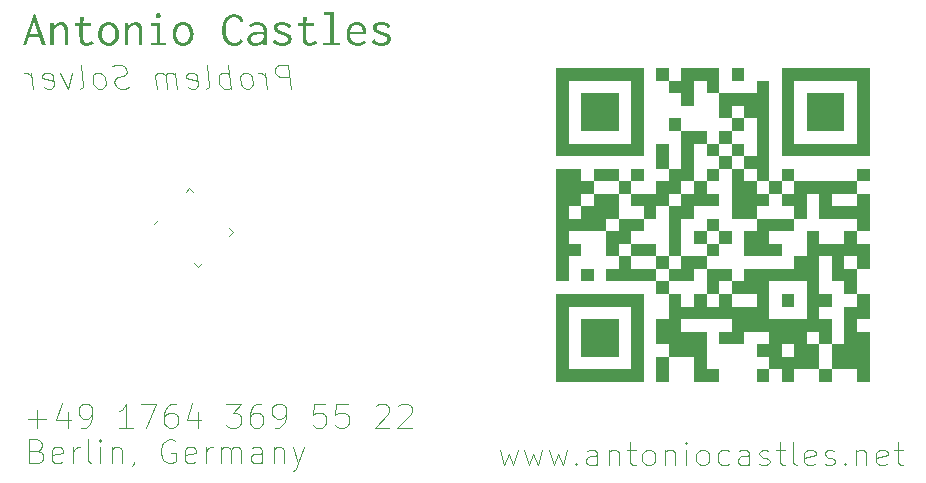
<source format=gbr>
%TF.GenerationSoftware,KiCad,Pcbnew,7.0.8*%
%TF.CreationDate,2023-11-15T14:15:31+01:00*%
%TF.ProjectId,tarjeta-rev1,7461726a-6574-4612-9d72-6576312e6b69,rev?*%
%TF.SameCoordinates,Original*%
%TF.FileFunction,Legend,Top*%
%TF.FilePolarity,Positive*%
%FSLAX46Y46*%
G04 Gerber Fmt 4.6, Leading zero omitted, Abs format (unit mm)*
G04 Created by KiCad (PCBNEW 7.0.8) date 2023-11-15 14:15:31*
%MOMM*%
%LPD*%
G01*
G04 APERTURE LIST*
%ADD10C,0.100000*%
%ADD11C,0.120000*%
G04 APERTURE END LIST*
D10*
X589641979Y-199988133D02*
X591165789Y-199988133D01*
X590403884Y-200750038D02*
X590403884Y-199226228D01*
X592975312Y-199416704D02*
X592975312Y-200750038D01*
X592499121Y-198654800D02*
X592022931Y-200083371D01*
X592022931Y-200083371D02*
X593261026Y-200083371D01*
X594118169Y-200750038D02*
X594499121Y-200750038D01*
X594499121Y-200750038D02*
X594689598Y-200654800D01*
X594689598Y-200654800D02*
X594784836Y-200559561D01*
X594784836Y-200559561D02*
X594975312Y-200273847D01*
X594975312Y-200273847D02*
X595070550Y-199892895D01*
X595070550Y-199892895D02*
X595070550Y-199130990D01*
X595070550Y-199130990D02*
X594975312Y-198940514D01*
X594975312Y-198940514D02*
X594880074Y-198845276D01*
X594880074Y-198845276D02*
X594689598Y-198750038D01*
X594689598Y-198750038D02*
X594308645Y-198750038D01*
X594308645Y-198750038D02*
X594118169Y-198845276D01*
X594118169Y-198845276D02*
X594022931Y-198940514D01*
X594022931Y-198940514D02*
X593927693Y-199130990D01*
X593927693Y-199130990D02*
X593927693Y-199607180D01*
X593927693Y-199607180D02*
X594022931Y-199797657D01*
X594022931Y-199797657D02*
X594118169Y-199892895D01*
X594118169Y-199892895D02*
X594308645Y-199988133D01*
X594308645Y-199988133D02*
X594689598Y-199988133D01*
X594689598Y-199988133D02*
X594880074Y-199892895D01*
X594880074Y-199892895D02*
X594975312Y-199797657D01*
X594975312Y-199797657D02*
X595070550Y-199607180D01*
X598499122Y-200750038D02*
X597356265Y-200750038D01*
X597927693Y-200750038D02*
X597927693Y-198750038D01*
X597927693Y-198750038D02*
X597737217Y-199035752D01*
X597737217Y-199035752D02*
X597546741Y-199226228D01*
X597546741Y-199226228D02*
X597356265Y-199321466D01*
X599165789Y-198750038D02*
X600499122Y-198750038D01*
X600499122Y-198750038D02*
X599641979Y-200750038D01*
X602118170Y-198750038D02*
X601737217Y-198750038D01*
X601737217Y-198750038D02*
X601546741Y-198845276D01*
X601546741Y-198845276D02*
X601451503Y-198940514D01*
X601451503Y-198940514D02*
X601261027Y-199226228D01*
X601261027Y-199226228D02*
X601165789Y-199607180D01*
X601165789Y-199607180D02*
X601165789Y-200369085D01*
X601165789Y-200369085D02*
X601261027Y-200559561D01*
X601261027Y-200559561D02*
X601356265Y-200654800D01*
X601356265Y-200654800D02*
X601546741Y-200750038D01*
X601546741Y-200750038D02*
X601927694Y-200750038D01*
X601927694Y-200750038D02*
X602118170Y-200654800D01*
X602118170Y-200654800D02*
X602213408Y-200559561D01*
X602213408Y-200559561D02*
X602308646Y-200369085D01*
X602308646Y-200369085D02*
X602308646Y-199892895D01*
X602308646Y-199892895D02*
X602213408Y-199702419D01*
X602213408Y-199702419D02*
X602118170Y-199607180D01*
X602118170Y-199607180D02*
X601927694Y-199511942D01*
X601927694Y-199511942D02*
X601546741Y-199511942D01*
X601546741Y-199511942D02*
X601356265Y-199607180D01*
X601356265Y-199607180D02*
X601261027Y-199702419D01*
X601261027Y-199702419D02*
X601165789Y-199892895D01*
X604022932Y-199416704D02*
X604022932Y-200750038D01*
X603546741Y-198654800D02*
X603070551Y-200083371D01*
X603070551Y-200083371D02*
X604308646Y-200083371D01*
X606403885Y-198750038D02*
X607641980Y-198750038D01*
X607641980Y-198750038D02*
X606975313Y-199511942D01*
X606975313Y-199511942D02*
X607261028Y-199511942D01*
X607261028Y-199511942D02*
X607451504Y-199607180D01*
X607451504Y-199607180D02*
X607546742Y-199702419D01*
X607546742Y-199702419D02*
X607641980Y-199892895D01*
X607641980Y-199892895D02*
X607641980Y-200369085D01*
X607641980Y-200369085D02*
X607546742Y-200559561D01*
X607546742Y-200559561D02*
X607451504Y-200654800D01*
X607451504Y-200654800D02*
X607261028Y-200750038D01*
X607261028Y-200750038D02*
X606689599Y-200750038D01*
X606689599Y-200750038D02*
X606499123Y-200654800D01*
X606499123Y-200654800D02*
X606403885Y-200559561D01*
X609356266Y-198750038D02*
X608975313Y-198750038D01*
X608975313Y-198750038D02*
X608784837Y-198845276D01*
X608784837Y-198845276D02*
X608689599Y-198940514D01*
X608689599Y-198940514D02*
X608499123Y-199226228D01*
X608499123Y-199226228D02*
X608403885Y-199607180D01*
X608403885Y-199607180D02*
X608403885Y-200369085D01*
X608403885Y-200369085D02*
X608499123Y-200559561D01*
X608499123Y-200559561D02*
X608594361Y-200654800D01*
X608594361Y-200654800D02*
X608784837Y-200750038D01*
X608784837Y-200750038D02*
X609165790Y-200750038D01*
X609165790Y-200750038D02*
X609356266Y-200654800D01*
X609356266Y-200654800D02*
X609451504Y-200559561D01*
X609451504Y-200559561D02*
X609546742Y-200369085D01*
X609546742Y-200369085D02*
X609546742Y-199892895D01*
X609546742Y-199892895D02*
X609451504Y-199702419D01*
X609451504Y-199702419D02*
X609356266Y-199607180D01*
X609356266Y-199607180D02*
X609165790Y-199511942D01*
X609165790Y-199511942D02*
X608784837Y-199511942D01*
X608784837Y-199511942D02*
X608594361Y-199607180D01*
X608594361Y-199607180D02*
X608499123Y-199702419D01*
X608499123Y-199702419D02*
X608403885Y-199892895D01*
X610499123Y-200750038D02*
X610880075Y-200750038D01*
X610880075Y-200750038D02*
X611070552Y-200654800D01*
X611070552Y-200654800D02*
X611165790Y-200559561D01*
X611165790Y-200559561D02*
X611356266Y-200273847D01*
X611356266Y-200273847D02*
X611451504Y-199892895D01*
X611451504Y-199892895D02*
X611451504Y-199130990D01*
X611451504Y-199130990D02*
X611356266Y-198940514D01*
X611356266Y-198940514D02*
X611261028Y-198845276D01*
X611261028Y-198845276D02*
X611070552Y-198750038D01*
X611070552Y-198750038D02*
X610689599Y-198750038D01*
X610689599Y-198750038D02*
X610499123Y-198845276D01*
X610499123Y-198845276D02*
X610403885Y-198940514D01*
X610403885Y-198940514D02*
X610308647Y-199130990D01*
X610308647Y-199130990D02*
X610308647Y-199607180D01*
X610308647Y-199607180D02*
X610403885Y-199797657D01*
X610403885Y-199797657D02*
X610499123Y-199892895D01*
X610499123Y-199892895D02*
X610689599Y-199988133D01*
X610689599Y-199988133D02*
X611070552Y-199988133D01*
X611070552Y-199988133D02*
X611261028Y-199892895D01*
X611261028Y-199892895D02*
X611356266Y-199797657D01*
X611356266Y-199797657D02*
X611451504Y-199607180D01*
X614784838Y-198750038D02*
X613832457Y-198750038D01*
X613832457Y-198750038D02*
X613737219Y-199702419D01*
X613737219Y-199702419D02*
X613832457Y-199607180D01*
X613832457Y-199607180D02*
X614022933Y-199511942D01*
X614022933Y-199511942D02*
X614499124Y-199511942D01*
X614499124Y-199511942D02*
X614689600Y-199607180D01*
X614689600Y-199607180D02*
X614784838Y-199702419D01*
X614784838Y-199702419D02*
X614880076Y-199892895D01*
X614880076Y-199892895D02*
X614880076Y-200369085D01*
X614880076Y-200369085D02*
X614784838Y-200559561D01*
X614784838Y-200559561D02*
X614689600Y-200654800D01*
X614689600Y-200654800D02*
X614499124Y-200750038D01*
X614499124Y-200750038D02*
X614022933Y-200750038D01*
X614022933Y-200750038D02*
X613832457Y-200654800D01*
X613832457Y-200654800D02*
X613737219Y-200559561D01*
X616689600Y-198750038D02*
X615737219Y-198750038D01*
X615737219Y-198750038D02*
X615641981Y-199702419D01*
X615641981Y-199702419D02*
X615737219Y-199607180D01*
X615737219Y-199607180D02*
X615927695Y-199511942D01*
X615927695Y-199511942D02*
X616403886Y-199511942D01*
X616403886Y-199511942D02*
X616594362Y-199607180D01*
X616594362Y-199607180D02*
X616689600Y-199702419D01*
X616689600Y-199702419D02*
X616784838Y-199892895D01*
X616784838Y-199892895D02*
X616784838Y-200369085D01*
X616784838Y-200369085D02*
X616689600Y-200559561D01*
X616689600Y-200559561D02*
X616594362Y-200654800D01*
X616594362Y-200654800D02*
X616403886Y-200750038D01*
X616403886Y-200750038D02*
X615927695Y-200750038D01*
X615927695Y-200750038D02*
X615737219Y-200654800D01*
X615737219Y-200654800D02*
X615641981Y-200559561D01*
X619070553Y-198940514D02*
X619165791Y-198845276D01*
X619165791Y-198845276D02*
X619356267Y-198750038D01*
X619356267Y-198750038D02*
X619832458Y-198750038D01*
X619832458Y-198750038D02*
X620022934Y-198845276D01*
X620022934Y-198845276D02*
X620118172Y-198940514D01*
X620118172Y-198940514D02*
X620213410Y-199130990D01*
X620213410Y-199130990D02*
X620213410Y-199321466D01*
X620213410Y-199321466D02*
X620118172Y-199607180D01*
X620118172Y-199607180D02*
X618975315Y-200750038D01*
X618975315Y-200750038D02*
X620213410Y-200750038D01*
X620975315Y-198940514D02*
X621070553Y-198845276D01*
X621070553Y-198845276D02*
X621261029Y-198750038D01*
X621261029Y-198750038D02*
X621737220Y-198750038D01*
X621737220Y-198750038D02*
X621927696Y-198845276D01*
X621927696Y-198845276D02*
X622022934Y-198940514D01*
X622022934Y-198940514D02*
X622118172Y-199130990D01*
X622118172Y-199130990D02*
X622118172Y-199321466D01*
X622118172Y-199321466D02*
X622022934Y-199607180D01*
X622022934Y-199607180D02*
X620880077Y-200750038D01*
X620880077Y-200750038D02*
X622118172Y-200750038D01*
G36*
X590606489Y-167639685D02*
G01*
X589653210Y-167639685D01*
X589711828Y-167411807D01*
X590539078Y-167411807D01*
X590606489Y-167639685D01*
G37*
G36*
X590150732Y-166426287D02*
G01*
X589459036Y-168390000D01*
X589167411Y-168390000D01*
X590138276Y-165763900D01*
X590171981Y-165763900D01*
X591142847Y-168390000D01*
X590838764Y-168390000D01*
X590150732Y-166426287D01*
G37*
G36*
X591502616Y-168390000D02*
G01*
X591502616Y-166467320D01*
X591797906Y-166467320D01*
X591797906Y-166808771D01*
X591817346Y-166779771D01*
X591837565Y-166751756D01*
X591858562Y-166724725D01*
X591880338Y-166698679D01*
X591902892Y-166673617D01*
X591926225Y-166649540D01*
X591950336Y-166626448D01*
X591975226Y-166604340D01*
X592000837Y-166583320D01*
X592027113Y-166563490D01*
X592054052Y-166544852D01*
X592081655Y-166527404D01*
X592109922Y-166511146D01*
X592138854Y-166496079D01*
X592168449Y-166482203D01*
X592198709Y-166469518D01*
X592229437Y-166458012D01*
X592260441Y-166448040D01*
X592291719Y-166439602D01*
X592323272Y-166432698D01*
X592355100Y-166427329D01*
X592387203Y-166423493D01*
X592419580Y-166421192D01*
X592452233Y-166420425D01*
X592482018Y-166421127D01*
X592520789Y-166424247D01*
X592558485Y-166429863D01*
X592595104Y-166437974D01*
X592630647Y-166448582D01*
X592665114Y-166461685D01*
X592698505Y-166477284D01*
X592730819Y-166495379D01*
X592738729Y-166500293D01*
X592769630Y-166521782D01*
X592798951Y-166546317D01*
X592826691Y-166573897D01*
X592846460Y-166596581D01*
X592865340Y-166620978D01*
X592883331Y-166647088D01*
X592900433Y-166674911D01*
X592916647Y-166704447D01*
X592931972Y-166735696D01*
X592941695Y-166757480D01*
X592955314Y-166791589D01*
X592967593Y-166827693D01*
X592978532Y-166865795D01*
X592988132Y-166905892D01*
X592996392Y-166947986D01*
X593001155Y-166977158D01*
X593005322Y-167007217D01*
X593008894Y-167038163D01*
X593011871Y-167069997D01*
X593014253Y-167102718D01*
X593016039Y-167136326D01*
X593017229Y-167170821D01*
X593017825Y-167206204D01*
X593017899Y-167224228D01*
X593017899Y-168390000D01*
X592721877Y-168390000D01*
X592721877Y-167233021D01*
X592721471Y-167195961D01*
X592720254Y-167160344D01*
X592718225Y-167126169D01*
X592715385Y-167093436D01*
X592711734Y-167062147D01*
X592707271Y-167032299D01*
X592700058Y-166994747D01*
X592691403Y-166959759D01*
X592681305Y-166927336D01*
X592675715Y-166912086D01*
X592663636Y-166883097D01*
X592650481Y-166856215D01*
X592632525Y-166825575D01*
X592612886Y-166798227D01*
X592591566Y-166774170D01*
X592568565Y-166753405D01*
X592548953Y-166739162D01*
X592523475Y-166723964D01*
X592496961Y-166711341D01*
X592469408Y-166701295D01*
X592440818Y-166693825D01*
X592411190Y-166688930D01*
X592380525Y-166686612D01*
X592367969Y-166686406D01*
X592337461Y-166687443D01*
X592306846Y-166690556D01*
X592276124Y-166695744D01*
X592245294Y-166703007D01*
X592214357Y-166712345D01*
X592183313Y-166723758D01*
X592170865Y-166728904D01*
X592140311Y-166742832D01*
X592110472Y-166758514D01*
X592081349Y-166775948D01*
X592052941Y-166795136D01*
X592025249Y-166816076D01*
X591998273Y-166838770D01*
X591987683Y-166848339D01*
X591962119Y-166873397D01*
X591938095Y-166900030D01*
X591915608Y-166928238D01*
X591894661Y-166958019D01*
X591879010Y-166982978D01*
X591864344Y-167008944D01*
X591850662Y-167035917D01*
X591838298Y-167063669D01*
X591827581Y-167092337D01*
X591818514Y-167121921D01*
X591811095Y-167152421D01*
X591805325Y-167183837D01*
X591801203Y-167216168D01*
X591798730Y-167249416D01*
X591797906Y-167283579D01*
X591797906Y-168390000D01*
X591502616Y-168390000D01*
G37*
G36*
X594558827Y-168425170D02*
G01*
X594524654Y-168424623D01*
X594491654Y-168422981D01*
X594459825Y-168420244D01*
X594429169Y-168416412D01*
X594399684Y-168411485D01*
X594362195Y-168403214D01*
X594326789Y-168392996D01*
X594293467Y-168380831D01*
X594262229Y-168366720D01*
X594254745Y-168362889D01*
X594226100Y-168346059D01*
X594199149Y-168327076D01*
X594173893Y-168305942D01*
X594150331Y-168282655D01*
X594128464Y-168257215D01*
X594108291Y-168229624D01*
X594089812Y-168199879D01*
X594073028Y-168167983D01*
X594057961Y-168133934D01*
X594044269Y-168097732D01*
X594034900Y-168069169D01*
X594026305Y-168039395D01*
X594018483Y-168008410D01*
X594011433Y-167976214D01*
X594005156Y-167942808D01*
X593999652Y-167908190D01*
X593994921Y-167872363D01*
X593990963Y-167835324D01*
X593987760Y-167796886D01*
X593985021Y-167757134D01*
X593982745Y-167716068D01*
X593980933Y-167673689D01*
X593979585Y-167629995D01*
X593978944Y-167600137D01*
X593978509Y-167569694D01*
X593978280Y-167538668D01*
X593978257Y-167507057D01*
X593978440Y-167474863D01*
X593978830Y-167442085D01*
X593979425Y-167408723D01*
X593980226Y-167374777D01*
X593980704Y-167357585D01*
X594031263Y-165993244D01*
X594347801Y-165955875D01*
X594390300Y-165951479D01*
X594394696Y-165980788D01*
X594377225Y-166006434D01*
X594361998Y-166032079D01*
X594358060Y-166039406D01*
X594347996Y-166067261D01*
X594341026Y-166099447D01*
X594336378Y-166131069D01*
X594335345Y-166139790D01*
X594297243Y-166612400D01*
X594309699Y-166687871D01*
X594280390Y-167377369D01*
X594278996Y-167416555D01*
X594277929Y-167454614D01*
X594277187Y-167491546D01*
X594276772Y-167527349D01*
X594276684Y-167562025D01*
X594276921Y-167595573D01*
X594277485Y-167627993D01*
X594278375Y-167659286D01*
X594279592Y-167689451D01*
X594282028Y-167732584D01*
X594285199Y-167773179D01*
X594289104Y-167811238D01*
X594293743Y-167846759D01*
X594297243Y-167869030D01*
X594303151Y-167900637D01*
X594309883Y-167930338D01*
X594320141Y-167966975D01*
X594331864Y-168000222D01*
X594345054Y-168030081D01*
X594359708Y-168056551D01*
X594380087Y-168084872D01*
X594402756Y-168107899D01*
X594427804Y-168126475D01*
X594455321Y-168141902D01*
X594485306Y-168154181D01*
X594517760Y-168163312D01*
X594552683Y-168169294D01*
X594582398Y-168171812D01*
X594605722Y-168172379D01*
X594640023Y-168171520D01*
X594673316Y-168168944D01*
X594705602Y-168164651D01*
X594736880Y-168158640D01*
X594767151Y-168150912D01*
X594796414Y-168141467D01*
X594824670Y-168130304D01*
X594851919Y-168117424D01*
X594879018Y-168103228D01*
X594906461Y-168088115D01*
X594934247Y-168072087D01*
X594962377Y-168055143D01*
X594990851Y-168037282D01*
X595019668Y-168018506D01*
X595048828Y-167998814D01*
X595078332Y-167978206D01*
X595170655Y-168218541D01*
X595143781Y-168237842D01*
X595116740Y-168256176D01*
X595089531Y-168273545D01*
X595062154Y-168289948D01*
X595034611Y-168305384D01*
X595006899Y-168319855D01*
X594979020Y-168333360D01*
X594950974Y-168345898D01*
X594922761Y-168357471D01*
X594894380Y-168368078D01*
X594875366Y-168374612D01*
X594846811Y-168383648D01*
X594818024Y-168391794D01*
X594789006Y-168399052D01*
X594759755Y-168405421D01*
X594730273Y-168410902D01*
X594700559Y-168415493D01*
X594670613Y-168419196D01*
X594640435Y-168422011D01*
X594610025Y-168423936D01*
X594579384Y-168424973D01*
X594558827Y-168425170D01*
G37*
G36*
X593592358Y-166467320D02*
G01*
X594980879Y-166467320D01*
X594980879Y-166716448D01*
X593592358Y-166716448D01*
X593592358Y-166467320D01*
G37*
G36*
X596483190Y-166420929D02*
G01*
X596515167Y-166422440D01*
X596546662Y-166424959D01*
X596577677Y-166428485D01*
X596608212Y-166433019D01*
X596638265Y-166438560D01*
X596667837Y-166445109D01*
X596696929Y-166452665D01*
X596725540Y-166461229D01*
X596753670Y-166470800D01*
X596781319Y-166481379D01*
X596808487Y-166492965D01*
X596835174Y-166505559D01*
X596861381Y-166519160D01*
X596887106Y-166533769D01*
X596912351Y-166549385D01*
X596937107Y-166565797D01*
X596961181Y-166582976D01*
X596984574Y-166600923D01*
X597007285Y-166619636D01*
X597029316Y-166639116D01*
X597050665Y-166659363D01*
X597071333Y-166680378D01*
X597091320Y-166702159D01*
X597110626Y-166724708D01*
X597129250Y-166748024D01*
X597147194Y-166772106D01*
X597164456Y-166796956D01*
X597181036Y-166822573D01*
X597196936Y-166848957D01*
X597212155Y-166876108D01*
X597226692Y-166904026D01*
X597240533Y-166932508D01*
X597253482Y-166961534D01*
X597265538Y-166991103D01*
X597276700Y-167021217D01*
X597286970Y-167051874D01*
X597296347Y-167083075D01*
X597304830Y-167114820D01*
X597312421Y-167147109D01*
X597319119Y-167179941D01*
X597324923Y-167213318D01*
X597329835Y-167247238D01*
X597333853Y-167281702D01*
X597336979Y-167316710D01*
X597339211Y-167352261D01*
X597340551Y-167388357D01*
X597340997Y-167424996D01*
X597340551Y-167461106D01*
X597339211Y-167496712D01*
X597336979Y-167531814D01*
X597333853Y-167566413D01*
X597329835Y-167600507D01*
X597324923Y-167634098D01*
X597319119Y-167667186D01*
X597312421Y-167699769D01*
X597304830Y-167731849D01*
X597296347Y-167763425D01*
X597286970Y-167794497D01*
X597276700Y-167825066D01*
X597265538Y-167855131D01*
X597253482Y-167884692D01*
X597240533Y-167913749D01*
X597226692Y-167942302D01*
X597212155Y-167970135D01*
X597196936Y-167997211D01*
X597181036Y-168023532D01*
X597164456Y-168049098D01*
X597147194Y-168073907D01*
X597129250Y-168097961D01*
X597110626Y-168121260D01*
X597091320Y-168143803D01*
X597071333Y-168165590D01*
X597050665Y-168186622D01*
X597029316Y-168206898D01*
X597007285Y-168226418D01*
X596984574Y-168245183D01*
X596961181Y-168263192D01*
X596937107Y-168280445D01*
X596912351Y-168296943D01*
X596887106Y-168312471D01*
X596861381Y-168326996D01*
X596835174Y-168340520D01*
X596808487Y-168353043D01*
X596781319Y-168364563D01*
X596753670Y-168375082D01*
X596725540Y-168384598D01*
X596696929Y-168393114D01*
X596667837Y-168400627D01*
X596638265Y-168407138D01*
X596608212Y-168412648D01*
X596577677Y-168417156D01*
X596546662Y-168420662D01*
X596515167Y-168423167D01*
X596483190Y-168424670D01*
X596450732Y-168425170D01*
X596418272Y-168424670D01*
X596386286Y-168423167D01*
X596354776Y-168420662D01*
X596323741Y-168417156D01*
X596293181Y-168412648D01*
X596263096Y-168407138D01*
X596233487Y-168400627D01*
X596204352Y-168393114D01*
X596175693Y-168384598D01*
X596147509Y-168375082D01*
X596119799Y-168364563D01*
X596092565Y-168353043D01*
X596065806Y-168340520D01*
X596039523Y-168326996D01*
X596013714Y-168312471D01*
X595988381Y-168296943D01*
X595963711Y-168280445D01*
X595939711Y-168263192D01*
X595916381Y-168245183D01*
X595893721Y-168226418D01*
X595871731Y-168206898D01*
X595850410Y-168186622D01*
X595829759Y-168165590D01*
X595809778Y-168143803D01*
X595790467Y-168121260D01*
X595771825Y-168097961D01*
X595753853Y-168073907D01*
X595736551Y-168049098D01*
X595719919Y-168023532D01*
X595703956Y-167997211D01*
X595688663Y-167970135D01*
X595674040Y-167942302D01*
X595660287Y-167913749D01*
X595647421Y-167884692D01*
X595635443Y-167855131D01*
X595624352Y-167825066D01*
X595614148Y-167794497D01*
X595604831Y-167763425D01*
X595596402Y-167731849D01*
X595588860Y-167699769D01*
X595582206Y-167667186D01*
X595576438Y-167634098D01*
X595571558Y-167600507D01*
X595567565Y-167566413D01*
X595564460Y-167531814D01*
X595562242Y-167496712D01*
X595560911Y-167461106D01*
X595560467Y-167424996D01*
X595560520Y-167420600D01*
X595880669Y-167420600D01*
X595881320Y-167461365D01*
X595883271Y-167501228D01*
X595886523Y-167540190D01*
X595891076Y-167578251D01*
X595896930Y-167615410D01*
X595904085Y-167651667D01*
X595912541Y-167687022D01*
X595922298Y-167721476D01*
X595933355Y-167755029D01*
X595945713Y-167787679D01*
X595954675Y-167808946D01*
X595969028Y-167839920D01*
X595984333Y-167869645D01*
X596000592Y-167898120D01*
X596017804Y-167925347D01*
X596035969Y-167951323D01*
X596055087Y-167976051D01*
X596075159Y-167999529D01*
X596096183Y-168021758D01*
X596118161Y-168042737D01*
X596141091Y-168062467D01*
X596156908Y-168074926D01*
X596181404Y-168092211D01*
X596206530Y-168107796D01*
X596241014Y-168125931D01*
X596276620Y-168141044D01*
X596313348Y-168153134D01*
X596351198Y-168162201D01*
X596380322Y-168167018D01*
X596410077Y-168170135D01*
X596440463Y-168171552D01*
X596450732Y-168171646D01*
X596481964Y-168170796D01*
X596512462Y-168168246D01*
X596542225Y-168163996D01*
X596571255Y-168158045D01*
X596599550Y-168150394D01*
X596636135Y-168137549D01*
X596671414Y-168121681D01*
X596705389Y-168102790D01*
X596730013Y-168086638D01*
X596746022Y-168074926D01*
X596769326Y-168056029D01*
X596791703Y-168035883D01*
X596813152Y-168014487D01*
X596833674Y-167991842D01*
X596853269Y-167967947D01*
X596871937Y-167942803D01*
X596889677Y-167916410D01*
X596906489Y-167888767D01*
X596922375Y-167859875D01*
X596937333Y-167829734D01*
X596946789Y-167808946D01*
X596960015Y-167776896D01*
X596971940Y-167743945D01*
X596982564Y-167710092D01*
X596991887Y-167675337D01*
X596999909Y-167639681D01*
X597006630Y-167603123D01*
X597012050Y-167565664D01*
X597016170Y-167527303D01*
X597018988Y-167488041D01*
X597020506Y-167447877D01*
X597020795Y-167420600D01*
X597020145Y-167379965D01*
X597018193Y-167340220D01*
X597014941Y-167301363D01*
X597010388Y-167263395D01*
X597004534Y-167226316D01*
X596997379Y-167190125D01*
X596988923Y-167154823D01*
X596979167Y-167120410D01*
X596968109Y-167086885D01*
X596955751Y-167054250D01*
X596946789Y-167032986D01*
X596932450Y-167001907D01*
X596917183Y-166972141D01*
X596900988Y-166943689D01*
X596883866Y-166916551D01*
X596865817Y-166890727D01*
X596846841Y-166866216D01*
X596826937Y-166843019D01*
X596806106Y-166821136D01*
X596784347Y-166800567D01*
X596761661Y-166781311D01*
X596746022Y-166769204D01*
X596721887Y-166752181D01*
X596688565Y-166732088D01*
X596653938Y-166714972D01*
X596618005Y-166700833D01*
X596580768Y-166689670D01*
X596551983Y-166683251D01*
X596522464Y-166678507D01*
X596492212Y-166675438D01*
X596461224Y-166674042D01*
X596450732Y-166673949D01*
X596420136Y-166674786D01*
X596390170Y-166677298D01*
X596360836Y-166681484D01*
X596322706Y-166689670D01*
X596285697Y-166700833D01*
X596249811Y-166714972D01*
X596215046Y-166732088D01*
X596189709Y-166746879D01*
X596165003Y-166763344D01*
X596156908Y-166769204D01*
X596133342Y-166787584D01*
X596110729Y-166807277D01*
X596089069Y-166828284D01*
X596068362Y-166850606D01*
X596048609Y-166874240D01*
X596029808Y-166899189D01*
X596011961Y-166925451D01*
X595995067Y-166953027D01*
X595979126Y-166981917D01*
X595964138Y-167012121D01*
X595954675Y-167032986D01*
X595941449Y-167065030D01*
X595929525Y-167097962D01*
X595918901Y-167131782D01*
X595909578Y-167166492D01*
X595901556Y-167202090D01*
X595894835Y-167238577D01*
X595889414Y-167275952D01*
X595885295Y-167314217D01*
X595882476Y-167353370D01*
X595880959Y-167393411D01*
X595880669Y-167420600D01*
X595560520Y-167420600D01*
X595560911Y-167388357D01*
X595562242Y-167352261D01*
X595564460Y-167316710D01*
X595567565Y-167281702D01*
X595571558Y-167247238D01*
X595576438Y-167213318D01*
X595582206Y-167179941D01*
X595588860Y-167147109D01*
X595596402Y-167114820D01*
X595604831Y-167083075D01*
X595614148Y-167051874D01*
X595624352Y-167021217D01*
X595635443Y-166991103D01*
X595647421Y-166961534D01*
X595660287Y-166932508D01*
X595674040Y-166904026D01*
X595688663Y-166876108D01*
X595703956Y-166848957D01*
X595719919Y-166822573D01*
X595736551Y-166796956D01*
X595753853Y-166772106D01*
X595771825Y-166748024D01*
X595790467Y-166724708D01*
X595809778Y-166702159D01*
X595829759Y-166680378D01*
X595850410Y-166659363D01*
X595871731Y-166639116D01*
X595893721Y-166619636D01*
X595916381Y-166600923D01*
X595939711Y-166582976D01*
X595963711Y-166565797D01*
X595988381Y-166549385D01*
X596013714Y-166533769D01*
X596039523Y-166519160D01*
X596065806Y-166505559D01*
X596092565Y-166492965D01*
X596119799Y-166481379D01*
X596147509Y-166470800D01*
X596175693Y-166461229D01*
X596204352Y-166452665D01*
X596233487Y-166445109D01*
X596263096Y-166438560D01*
X596293181Y-166433019D01*
X596323741Y-166428485D01*
X596354776Y-166424959D01*
X596386286Y-166422440D01*
X596418272Y-166420929D01*
X596450732Y-166420425D01*
X596483190Y-166420929D01*
G37*
G36*
X597798220Y-168390000D02*
G01*
X597798220Y-166467320D01*
X598093510Y-166467320D01*
X598093510Y-166808771D01*
X598112950Y-166779771D01*
X598133169Y-166751756D01*
X598154166Y-166724725D01*
X598175942Y-166698679D01*
X598198496Y-166673617D01*
X598221829Y-166649540D01*
X598245940Y-166626448D01*
X598270830Y-166604340D01*
X598296441Y-166583320D01*
X598322716Y-166563490D01*
X598349655Y-166544852D01*
X598377259Y-166527404D01*
X598405526Y-166511146D01*
X598434457Y-166496079D01*
X598464053Y-166482203D01*
X598494312Y-166469518D01*
X598525041Y-166458012D01*
X598556045Y-166448040D01*
X598587323Y-166439602D01*
X598618876Y-166432698D01*
X598650704Y-166427329D01*
X598682807Y-166423493D01*
X598715184Y-166421192D01*
X598747836Y-166420425D01*
X598777621Y-166421127D01*
X598816393Y-166424247D01*
X598854088Y-166429863D01*
X598890708Y-166437974D01*
X598926251Y-166448582D01*
X598960717Y-166461685D01*
X598994108Y-166477284D01*
X599026423Y-166495379D01*
X599034333Y-166500293D01*
X599065234Y-166521782D01*
X599094554Y-166546317D01*
X599122295Y-166573897D01*
X599142063Y-166596581D01*
X599160943Y-166620978D01*
X599178935Y-166647088D01*
X599196037Y-166674911D01*
X599212251Y-166704447D01*
X599227576Y-166735696D01*
X599237299Y-166757480D01*
X599250917Y-166791589D01*
X599263196Y-166827693D01*
X599274136Y-166865795D01*
X599283736Y-166905892D01*
X599291996Y-166947986D01*
X599296759Y-166977158D01*
X599300926Y-167007217D01*
X599304498Y-167038163D01*
X599307475Y-167069997D01*
X599309856Y-167102718D01*
X599311642Y-167136326D01*
X599312833Y-167170821D01*
X599313428Y-167206204D01*
X599313503Y-167224228D01*
X599313503Y-168390000D01*
X599017480Y-168390000D01*
X599017480Y-167233021D01*
X599017075Y-167195961D01*
X599015857Y-167160344D01*
X599013829Y-167126169D01*
X599010989Y-167093436D01*
X599007337Y-167062147D01*
X599002874Y-167032299D01*
X598995662Y-166994747D01*
X598987006Y-166959759D01*
X598976908Y-166927336D01*
X598971318Y-166912086D01*
X598959240Y-166883097D01*
X598946085Y-166856215D01*
X598928128Y-166825575D01*
X598908490Y-166798227D01*
X598887170Y-166774170D01*
X598864168Y-166753405D01*
X598844556Y-166739162D01*
X598819079Y-166723964D01*
X598792564Y-166711341D01*
X598765012Y-166701295D01*
X598736422Y-166693825D01*
X598706794Y-166688930D01*
X598676129Y-166686612D01*
X598663572Y-166686406D01*
X598633065Y-166687443D01*
X598602450Y-166690556D01*
X598571727Y-166695744D01*
X598540898Y-166703007D01*
X598509961Y-166712345D01*
X598478916Y-166723758D01*
X598466468Y-166728904D01*
X598435914Y-166742832D01*
X598406076Y-166758514D01*
X598376952Y-166775948D01*
X598348545Y-166795136D01*
X598320853Y-166816076D01*
X598293877Y-166838770D01*
X598283286Y-166848339D01*
X598257723Y-166873397D01*
X598233698Y-166900030D01*
X598211212Y-166928238D01*
X598190264Y-166958019D01*
X598174614Y-166982978D01*
X598159947Y-167008944D01*
X598146266Y-167035917D01*
X598133901Y-167063669D01*
X598123185Y-167092337D01*
X598114118Y-167121921D01*
X598106699Y-167152421D01*
X598100928Y-167183837D01*
X598096807Y-167216168D01*
X598094334Y-167249416D01*
X598093510Y-167283579D01*
X598093510Y-168390000D01*
X597798220Y-168390000D01*
G37*
G36*
X600014724Y-168390000D02*
G01*
X600014724Y-168145268D01*
X600508583Y-168145268D01*
X600508583Y-166712051D01*
X600040369Y-166712051D01*
X600040369Y-166467320D01*
X600812665Y-166467320D01*
X600812665Y-168145268D01*
X601264026Y-168145268D01*
X601264026Y-168390000D01*
X600014724Y-168390000D01*
G37*
G36*
X600643405Y-166068715D02*
G01*
X600611033Y-166066500D01*
X600580413Y-166059854D01*
X600551545Y-166048777D01*
X600524428Y-166033270D01*
X600499063Y-166013332D01*
X600490997Y-166005701D01*
X600469582Y-165980920D01*
X600452598Y-165954387D01*
X600440044Y-165926102D01*
X600431921Y-165896066D01*
X600428229Y-165864278D01*
X600427983Y-165853293D01*
X600430121Y-165819453D01*
X600436535Y-165787726D01*
X600447225Y-165758110D01*
X600462192Y-165730607D01*
X600481435Y-165705216D01*
X600488799Y-165697222D01*
X600512988Y-165675558D01*
X600539392Y-165658376D01*
X600568011Y-165645676D01*
X600598846Y-165637459D01*
X600631896Y-165633724D01*
X600643405Y-165633475D01*
X600675828Y-165635793D01*
X600706603Y-165642748D01*
X600735729Y-165654340D01*
X600763206Y-165670569D01*
X600789035Y-165691435D01*
X600797278Y-165699420D01*
X600819689Y-165724699D01*
X600837464Y-165751627D01*
X600850601Y-165780204D01*
X600859102Y-165810429D01*
X600862966Y-165842302D01*
X600863224Y-165853293D01*
X600860905Y-165885665D01*
X600853950Y-165916285D01*
X600842358Y-165945153D01*
X600826129Y-165972270D01*
X600805264Y-165997635D01*
X600797278Y-166005701D01*
X600771999Y-166027116D01*
X600745071Y-166044100D01*
X600716495Y-166056654D01*
X600686270Y-166064777D01*
X600654396Y-166068469D01*
X600643405Y-166068715D01*
G37*
G36*
X602778793Y-166420929D02*
G01*
X602810770Y-166422440D01*
X602842266Y-166424959D01*
X602873281Y-166428485D01*
X602903815Y-166433019D01*
X602933869Y-166438560D01*
X602963441Y-166445109D01*
X602992533Y-166452665D01*
X603021143Y-166461229D01*
X603049273Y-166470800D01*
X603076922Y-166481379D01*
X603104091Y-166492965D01*
X603130778Y-166505559D01*
X603156984Y-166519160D01*
X603182710Y-166533769D01*
X603207955Y-166549385D01*
X603232710Y-166565797D01*
X603256784Y-166582976D01*
X603280177Y-166600923D01*
X603302889Y-166619636D01*
X603324919Y-166639116D01*
X603346269Y-166659363D01*
X603366937Y-166680378D01*
X603386924Y-166702159D01*
X603406229Y-166724708D01*
X603424854Y-166748024D01*
X603442797Y-166772106D01*
X603460059Y-166796956D01*
X603476640Y-166822573D01*
X603492540Y-166848957D01*
X603507758Y-166876108D01*
X603522295Y-166904026D01*
X603536137Y-166932508D01*
X603549086Y-166961534D01*
X603561141Y-166991103D01*
X603572304Y-167021217D01*
X603582574Y-167051874D01*
X603591950Y-167083075D01*
X603600434Y-167114820D01*
X603608025Y-167147109D01*
X603614722Y-167179941D01*
X603620527Y-167213318D01*
X603625438Y-167247238D01*
X603629457Y-167281702D01*
X603632582Y-167316710D01*
X603634815Y-167352261D01*
X603636155Y-167388357D01*
X603636601Y-167424996D01*
X603636155Y-167461106D01*
X603634815Y-167496712D01*
X603632582Y-167531814D01*
X603629457Y-167566413D01*
X603625438Y-167600507D01*
X603620527Y-167634098D01*
X603614722Y-167667186D01*
X603608025Y-167699769D01*
X603600434Y-167731849D01*
X603591950Y-167763425D01*
X603582574Y-167794497D01*
X603572304Y-167825066D01*
X603561141Y-167855131D01*
X603549086Y-167884692D01*
X603536137Y-167913749D01*
X603522295Y-167942302D01*
X603507758Y-167970135D01*
X603492540Y-167997211D01*
X603476640Y-168023532D01*
X603460059Y-168049098D01*
X603442797Y-168073907D01*
X603424854Y-168097961D01*
X603406229Y-168121260D01*
X603386924Y-168143803D01*
X603366937Y-168165590D01*
X603346269Y-168186622D01*
X603324919Y-168206898D01*
X603302889Y-168226418D01*
X603280177Y-168245183D01*
X603256784Y-168263192D01*
X603232710Y-168280445D01*
X603207955Y-168296943D01*
X603182710Y-168312471D01*
X603156984Y-168326996D01*
X603130778Y-168340520D01*
X603104091Y-168353043D01*
X603076922Y-168364563D01*
X603049273Y-168375082D01*
X603021143Y-168384598D01*
X602992533Y-168393114D01*
X602963441Y-168400627D01*
X602933869Y-168407138D01*
X602903815Y-168412648D01*
X602873281Y-168417156D01*
X602842266Y-168420662D01*
X602810770Y-168423167D01*
X602778793Y-168424670D01*
X602746336Y-168425170D01*
X602713875Y-168424670D01*
X602681890Y-168423167D01*
X602650380Y-168420662D01*
X602619345Y-168417156D01*
X602588785Y-168412648D01*
X602558700Y-168407138D01*
X602529090Y-168400627D01*
X602499956Y-168393114D01*
X602471296Y-168384598D01*
X602443112Y-168375082D01*
X602415403Y-168364563D01*
X602388169Y-168353043D01*
X602361410Y-168340520D01*
X602335126Y-168326996D01*
X602309318Y-168312471D01*
X602283984Y-168296943D01*
X602259315Y-168280445D01*
X602235315Y-168263192D01*
X602211985Y-168245183D01*
X602189325Y-168226418D01*
X602167334Y-168206898D01*
X602146014Y-168186622D01*
X602125363Y-168165590D01*
X602105382Y-168143803D01*
X602086070Y-168121260D01*
X602067429Y-168097961D01*
X602049457Y-168073907D01*
X602032155Y-168049098D01*
X602015522Y-168023532D01*
X601999560Y-167997211D01*
X601984267Y-167970135D01*
X601969644Y-167942302D01*
X601955891Y-167913749D01*
X601943025Y-167884692D01*
X601931047Y-167855131D01*
X601919955Y-167825066D01*
X601909752Y-167794497D01*
X601900435Y-167763425D01*
X601892006Y-167731849D01*
X601884464Y-167699769D01*
X601877809Y-167667186D01*
X601872042Y-167634098D01*
X601867162Y-167600507D01*
X601863169Y-167566413D01*
X601860063Y-167531814D01*
X601857845Y-167496712D01*
X601856514Y-167461106D01*
X601856071Y-167424996D01*
X601856124Y-167420600D01*
X602176273Y-167420600D01*
X602176923Y-167461365D01*
X602178875Y-167501228D01*
X602182127Y-167540190D01*
X602186680Y-167578251D01*
X602192534Y-167615410D01*
X602199689Y-167651667D01*
X602208145Y-167687022D01*
X602217901Y-167721476D01*
X602228959Y-167755029D01*
X602241317Y-167787679D01*
X602250279Y-167808946D01*
X602264631Y-167839920D01*
X602279937Y-167869645D01*
X602296196Y-167898120D01*
X602313408Y-167925347D01*
X602331573Y-167951323D01*
X602350691Y-167976051D01*
X602370762Y-167999529D01*
X602391787Y-168021758D01*
X602413764Y-168042737D01*
X602436695Y-168062467D01*
X602452512Y-168074926D01*
X602477007Y-168092211D01*
X602502134Y-168107796D01*
X602536618Y-168125931D01*
X602572224Y-168141044D01*
X602608952Y-168153134D01*
X602646802Y-168162201D01*
X602675926Y-168167018D01*
X602705681Y-168170135D01*
X602736067Y-168171552D01*
X602746336Y-168171646D01*
X602777568Y-168170796D01*
X602808065Y-168168246D01*
X602837829Y-168163996D01*
X602866858Y-168158045D01*
X602895153Y-168150394D01*
X602931738Y-168137549D01*
X602967018Y-168121681D01*
X603000993Y-168102790D01*
X603025617Y-168086638D01*
X603041625Y-168074926D01*
X603064930Y-168056029D01*
X603087307Y-168035883D01*
X603108756Y-168014487D01*
X603129278Y-167991842D01*
X603148873Y-167967947D01*
X603167540Y-167942803D01*
X603185280Y-167916410D01*
X603202093Y-167888767D01*
X603217978Y-167859875D01*
X603232936Y-167829734D01*
X603242393Y-167808946D01*
X603255619Y-167776896D01*
X603267543Y-167743945D01*
X603278167Y-167710092D01*
X603287490Y-167675337D01*
X603295512Y-167639681D01*
X603302234Y-167603123D01*
X603307654Y-167565664D01*
X603311773Y-167527303D01*
X603314592Y-167488041D01*
X603316110Y-167447877D01*
X603316399Y-167420600D01*
X603315748Y-167379965D01*
X603313797Y-167340220D01*
X603310545Y-167301363D01*
X603305992Y-167263395D01*
X603300138Y-167226316D01*
X603292983Y-167190125D01*
X603284527Y-167154823D01*
X603274771Y-167120410D01*
X603263713Y-167086885D01*
X603251355Y-167054250D01*
X603242393Y-167032986D01*
X603228053Y-167001907D01*
X603212786Y-166972141D01*
X603196592Y-166943689D01*
X603179470Y-166916551D01*
X603161421Y-166890727D01*
X603142444Y-166866216D01*
X603122540Y-166843019D01*
X603101709Y-166821136D01*
X603079951Y-166800567D01*
X603057265Y-166781311D01*
X603041625Y-166769204D01*
X603017490Y-166752181D01*
X602984169Y-166732088D01*
X602949541Y-166714972D01*
X602913609Y-166700833D01*
X602876372Y-166689670D01*
X602847587Y-166683251D01*
X602818068Y-166678507D01*
X602787815Y-166675438D01*
X602756828Y-166674042D01*
X602746336Y-166673949D01*
X602715739Y-166674786D01*
X602685774Y-166677298D01*
X602656440Y-166681484D01*
X602618309Y-166689670D01*
X602581301Y-166700833D01*
X602545414Y-166714972D01*
X602510650Y-166732088D01*
X602485313Y-166746879D01*
X602460607Y-166763344D01*
X602452512Y-166769204D01*
X602428946Y-166787584D01*
X602406333Y-166807277D01*
X602384673Y-166828284D01*
X602363966Y-166850606D01*
X602344212Y-166874240D01*
X602325412Y-166899189D01*
X602307565Y-166925451D01*
X602290670Y-166953027D01*
X602274729Y-166981917D01*
X602259741Y-167012121D01*
X602250279Y-167032986D01*
X602237053Y-167065030D01*
X602225128Y-167097962D01*
X602214504Y-167131782D01*
X602205181Y-167166492D01*
X602197159Y-167202090D01*
X602190438Y-167238577D01*
X602185018Y-167275952D01*
X602180898Y-167314217D01*
X602178080Y-167353370D01*
X602176562Y-167393411D01*
X602176273Y-167420600D01*
X601856124Y-167420600D01*
X601856514Y-167388357D01*
X601857845Y-167352261D01*
X601860063Y-167316710D01*
X601863169Y-167281702D01*
X601867162Y-167247238D01*
X601872042Y-167213318D01*
X601877809Y-167179941D01*
X601884464Y-167147109D01*
X601892006Y-167114820D01*
X601900435Y-167083075D01*
X601909752Y-167051874D01*
X601919955Y-167021217D01*
X601931047Y-166991103D01*
X601943025Y-166961534D01*
X601955891Y-166932508D01*
X601969644Y-166904026D01*
X601984267Y-166876108D01*
X601999560Y-166848957D01*
X602015522Y-166822573D01*
X602032155Y-166796956D01*
X602049457Y-166772106D01*
X602067429Y-166748024D01*
X602086070Y-166724708D01*
X602105382Y-166702159D01*
X602125363Y-166680378D01*
X602146014Y-166659363D01*
X602167334Y-166639116D01*
X602189325Y-166619636D01*
X602211985Y-166600923D01*
X602235315Y-166582976D01*
X602259315Y-166565797D01*
X602283984Y-166549385D01*
X602309318Y-166533769D01*
X602335126Y-166519160D01*
X602361410Y-166505559D01*
X602388169Y-166492965D01*
X602415403Y-166481379D01*
X602443112Y-166470800D01*
X602471296Y-166461229D01*
X602499956Y-166452665D01*
X602529090Y-166445109D01*
X602558700Y-166438560D01*
X602588785Y-166433019D01*
X602619345Y-166428485D01*
X602650380Y-166424959D01*
X602681890Y-166422440D01*
X602713875Y-166420929D01*
X602746336Y-166420425D01*
X602778793Y-166420929D01*
G37*
G36*
X607091416Y-168436894D02*
G01*
X607051282Y-168436211D01*
X607011663Y-168434164D01*
X606972560Y-168430750D01*
X606933971Y-168425972D01*
X606895898Y-168419828D01*
X606858340Y-168412319D01*
X606821297Y-168403445D01*
X606784769Y-168393205D01*
X606748757Y-168381600D01*
X606713259Y-168368630D01*
X606689881Y-168359225D01*
X606655508Y-168343908D01*
X606621909Y-168327085D01*
X606589082Y-168308755D01*
X606557028Y-168288917D01*
X606525747Y-168267573D01*
X606495238Y-168244722D01*
X606465503Y-168220364D01*
X606436540Y-168194498D01*
X606408350Y-168167126D01*
X606380933Y-168138247D01*
X606363084Y-168118157D01*
X606337103Y-168086747D01*
X606312191Y-168053792D01*
X606288348Y-168019290D01*
X606265574Y-167983244D01*
X606243869Y-167945651D01*
X606229993Y-167919731D01*
X606216592Y-167893124D01*
X606203666Y-167865830D01*
X606191215Y-167837848D01*
X606179240Y-167809180D01*
X606167740Y-167779826D01*
X606156714Y-167749784D01*
X606146164Y-167719055D01*
X606141067Y-167703433D01*
X606131396Y-167671642D01*
X606122348Y-167639102D01*
X606113925Y-167605811D01*
X606106125Y-167571771D01*
X606098950Y-167536980D01*
X606092398Y-167501440D01*
X606086470Y-167465150D01*
X606081167Y-167428110D01*
X606076487Y-167390320D01*
X606072431Y-167351780D01*
X606068999Y-167312491D01*
X606066191Y-167272451D01*
X606064008Y-167231662D01*
X606062448Y-167190122D01*
X606061512Y-167147833D01*
X606061200Y-167104794D01*
X606061429Y-167066815D01*
X606062116Y-167029449D01*
X606063261Y-166992695D01*
X606064863Y-166956553D01*
X606066924Y-166921025D01*
X606069443Y-166886109D01*
X606072420Y-166851805D01*
X606075854Y-166818114D01*
X606079747Y-166785035D01*
X606084098Y-166752569D01*
X606088906Y-166720715D01*
X606094173Y-166689474D01*
X606099897Y-166658845D01*
X606106079Y-166628829D01*
X606112720Y-166599426D01*
X606119818Y-166570635D01*
X606131313Y-166528420D01*
X606143543Y-166487507D01*
X606156507Y-166447895D01*
X606170205Y-166409583D01*
X606184637Y-166372572D01*
X606199803Y-166336863D01*
X606215703Y-166302454D01*
X606232338Y-166269346D01*
X606249706Y-166237539D01*
X606267809Y-166207032D01*
X606280286Y-166187418D01*
X606299634Y-166158845D01*
X606319484Y-166131381D01*
X606339836Y-166105024D01*
X606360691Y-166079775D01*
X606382048Y-166055634D01*
X606403908Y-166032600D01*
X606426270Y-166010674D01*
X606449134Y-165989856D01*
X606472500Y-165970145D01*
X606496369Y-165951542D01*
X606512561Y-165939755D01*
X606537262Y-165922889D01*
X606562183Y-165906911D01*
X606587322Y-165891822D01*
X606621183Y-165873086D01*
X606655432Y-165855930D01*
X606690070Y-165840354D01*
X606725098Y-165826358D01*
X606760515Y-165813941D01*
X606787334Y-165805666D01*
X606823237Y-165795877D01*
X606859141Y-165787394D01*
X606895045Y-165780215D01*
X606930949Y-165774342D01*
X606966852Y-165769774D01*
X607002756Y-165766511D01*
X607038660Y-165764553D01*
X607074563Y-165763900D01*
X607110046Y-165764453D01*
X607144871Y-165766110D01*
X607179037Y-165768872D01*
X607212545Y-165772739D01*
X607245395Y-165777711D01*
X607277586Y-165783787D01*
X607309119Y-165790968D01*
X607339994Y-165799255D01*
X607370211Y-165808646D01*
X607399769Y-165819141D01*
X607428669Y-165830742D01*
X607456910Y-165843447D01*
X607484493Y-165857257D01*
X607511418Y-165872172D01*
X607537685Y-165888192D01*
X607563293Y-165905317D01*
X607588266Y-165923363D01*
X607612443Y-165942148D01*
X607635825Y-165961671D01*
X607658411Y-165981933D01*
X607680201Y-166002933D01*
X607701195Y-166024672D01*
X607721394Y-166047149D01*
X607740797Y-166070364D01*
X607759404Y-166094318D01*
X607777216Y-166119010D01*
X607794232Y-166144441D01*
X607810452Y-166170611D01*
X607825876Y-166197518D01*
X607840505Y-166225164D01*
X607854338Y-166253549D01*
X607867376Y-166282672D01*
X607614584Y-166401374D01*
X607576482Y-166418227D01*
X607564026Y-166388185D01*
X607570069Y-166358035D01*
X607564093Y-166329070D01*
X607563293Y-166327369D01*
X607549666Y-166299546D01*
X607534410Y-166271067D01*
X607519217Y-166243853D01*
X607517131Y-166240174D01*
X607497290Y-166214214D01*
X607477332Y-166189916D01*
X607457259Y-166167280D01*
X607430314Y-166139682D01*
X607403163Y-166115038D01*
X607375806Y-166093348D01*
X607348242Y-166074612D01*
X607320473Y-166058830D01*
X607299511Y-166048932D01*
X607271496Y-166037426D01*
X607243137Y-166027454D01*
X607214434Y-166019016D01*
X607185389Y-166012112D01*
X607155999Y-166006743D01*
X607126267Y-166002907D01*
X607096190Y-166000606D01*
X607065771Y-165999839D01*
X607035142Y-166000483D01*
X607005080Y-166002415D01*
X606975585Y-166005635D01*
X606937140Y-166011932D01*
X606899702Y-166020519D01*
X606863271Y-166031395D01*
X606827849Y-166044561D01*
X606793433Y-166060017D01*
X606768283Y-166073112D01*
X606735711Y-166092472D01*
X606704306Y-166113916D01*
X606674070Y-166137443D01*
X606645001Y-166163054D01*
X606623966Y-166183630D01*
X606603588Y-166205378D01*
X606583866Y-166228298D01*
X606564802Y-166252390D01*
X606546394Y-166277654D01*
X606540404Y-166286336D01*
X606522956Y-166313111D01*
X606506332Y-166340956D01*
X606490533Y-166369869D01*
X606475558Y-166399852D01*
X606461407Y-166430903D01*
X606448080Y-166463024D01*
X606435578Y-166496213D01*
X606423900Y-166530472D01*
X606413047Y-166565800D01*
X606403018Y-166602196D01*
X606396789Y-166627055D01*
X606388147Y-166665182D01*
X606380355Y-166704274D01*
X606373412Y-166744333D01*
X606367320Y-166785358D01*
X606362078Y-166827349D01*
X606357686Y-166870306D01*
X606354144Y-166914229D01*
X606352255Y-166944048D01*
X606350743Y-166974296D01*
X606349610Y-167004973D01*
X606348854Y-167036080D01*
X606348477Y-167067616D01*
X606348429Y-167083545D01*
X606348650Y-167114142D01*
X606349311Y-167144384D01*
X606350413Y-167174271D01*
X606351956Y-167203804D01*
X606355096Y-167247437D01*
X606359229Y-167290271D01*
X606364353Y-167332307D01*
X606370468Y-167373545D01*
X606377576Y-167413984D01*
X606385675Y-167453624D01*
X606394767Y-167492466D01*
X606404849Y-167530509D01*
X606415933Y-167567676D01*
X606427750Y-167603891D01*
X606440302Y-167639152D01*
X606453587Y-167673460D01*
X606467607Y-167706815D01*
X606482361Y-167739216D01*
X606497849Y-167770665D01*
X606514072Y-167801161D01*
X606531028Y-167830703D01*
X606548719Y-167859292D01*
X606560921Y-167877822D01*
X606579895Y-167904714D01*
X606599449Y-167930433D01*
X606619583Y-167954980D01*
X606640296Y-167978355D01*
X606661589Y-168000558D01*
X606683461Y-168021589D01*
X606705913Y-168041448D01*
X606728944Y-168060134D01*
X606752556Y-168077649D01*
X606784939Y-168099179D01*
X606793196Y-168104235D01*
X606826821Y-168122783D01*
X606861019Y-168138857D01*
X606895789Y-168152458D01*
X606931132Y-168163586D01*
X606967047Y-168172242D01*
X607003534Y-168178424D01*
X607040595Y-168182134D01*
X607078227Y-168183370D01*
X607111039Y-168182440D01*
X607143529Y-168179649D01*
X607175696Y-168174998D01*
X607207542Y-168168487D01*
X607239066Y-168160115D01*
X607270268Y-168149882D01*
X607282658Y-168145268D01*
X607313424Y-168132503D01*
X607343438Y-168118020D01*
X607372700Y-168101820D01*
X607401211Y-168083902D01*
X607428971Y-168064267D01*
X607455980Y-168042915D01*
X607466573Y-168033893D01*
X607492297Y-168010194D01*
X607516805Y-167985350D01*
X607540096Y-167959361D01*
X607562171Y-167932227D01*
X607583030Y-167903949D01*
X607602672Y-167874525D01*
X607610188Y-167862435D01*
X607830006Y-168006050D01*
X607813964Y-168032033D01*
X607797526Y-168057226D01*
X607780693Y-168081630D01*
X607754704Y-168116753D01*
X607727825Y-168150100D01*
X607700058Y-168181668D01*
X607671402Y-168211460D01*
X607641858Y-168239474D01*
X607611424Y-168265710D01*
X607580102Y-168290170D01*
X607547892Y-168312851D01*
X607525924Y-168326985D01*
X607491975Y-168346627D01*
X607456621Y-168364337D01*
X607419864Y-168380115D01*
X607381703Y-168393961D01*
X607342137Y-168405875D01*
X607301168Y-168415857D01*
X607258795Y-168423907D01*
X607229767Y-168428200D01*
X607200114Y-168431635D01*
X607169837Y-168434211D01*
X607138937Y-168435928D01*
X607107412Y-168436787D01*
X607091416Y-168436894D01*
G37*
G36*
X608877076Y-168425170D02*
G01*
X608836544Y-168424587D01*
X608797197Y-168422835D01*
X608759035Y-168419915D01*
X608722058Y-168415828D01*
X608686266Y-168410573D01*
X608651658Y-168404150D01*
X608618236Y-168396560D01*
X608585999Y-168387801D01*
X608554947Y-168377875D01*
X608525080Y-168366781D01*
X608496397Y-168354519D01*
X608468900Y-168341090D01*
X608442588Y-168326493D01*
X608417460Y-168310727D01*
X608393518Y-168293795D01*
X608370760Y-168275694D01*
X608339071Y-168246939D01*
X608310499Y-168216729D01*
X608285044Y-168185064D01*
X608262706Y-168151943D01*
X608243484Y-168117367D01*
X608227380Y-168081335D01*
X608214393Y-168043848D01*
X608204522Y-168004905D01*
X608197769Y-167964507D01*
X608194132Y-167922653D01*
X608193440Y-167893942D01*
X608194631Y-167855589D01*
X608198203Y-167818196D01*
X608204156Y-167781766D01*
X608212491Y-167746297D01*
X608223207Y-167711791D01*
X608236304Y-167678245D01*
X608251783Y-167645662D01*
X608269644Y-167614040D01*
X608289576Y-167583506D01*
X608311272Y-167554185D01*
X608334731Y-167526078D01*
X608359952Y-167499185D01*
X608386937Y-167473505D01*
X608415686Y-167449039D01*
X608446197Y-167425786D01*
X608478471Y-167403747D01*
X608503731Y-167387889D01*
X608529777Y-167372740D01*
X608556608Y-167358300D01*
X608584225Y-167344568D01*
X608612627Y-167331544D01*
X608641815Y-167319228D01*
X608671789Y-167307621D01*
X608702549Y-167296723D01*
X608734094Y-167286532D01*
X608766425Y-167277051D01*
X608788415Y-167271123D01*
X608821850Y-167262742D01*
X608855658Y-167255186D01*
X608889839Y-167248454D01*
X608924394Y-167242547D01*
X608959322Y-167237463D01*
X608994624Y-167233204D01*
X609030300Y-167229770D01*
X609066349Y-167227159D01*
X609102771Y-167225373D01*
X609139567Y-167224412D01*
X609164305Y-167224228D01*
X609195826Y-167224334D01*
X609227557Y-167224649D01*
X609259499Y-167225175D01*
X609291651Y-167225911D01*
X609310118Y-167226427D01*
X609342881Y-167227599D01*
X609376416Y-167229191D01*
X609405774Y-167230892D01*
X609435698Y-167232901D01*
X609466189Y-167235219D01*
X609497196Y-167237649D01*
X609528666Y-167240543D01*
X609560600Y-167243900D01*
X609592997Y-167247721D01*
X609625858Y-167252006D01*
X609636915Y-167253538D01*
X609645708Y-167485812D01*
X609612263Y-167480643D01*
X609578609Y-167476035D01*
X609544744Y-167471988D01*
X609515549Y-167468965D01*
X609491102Y-167466762D01*
X609457192Y-167464017D01*
X609423422Y-167461552D01*
X609389792Y-167459368D01*
X609356303Y-167457465D01*
X609337229Y-167456503D01*
X609304386Y-167454790D01*
X609271893Y-167453498D01*
X609239751Y-167452626D01*
X609207960Y-167452176D01*
X609189951Y-167452107D01*
X609152249Y-167452508D01*
X609115350Y-167453710D01*
X609079251Y-167455713D01*
X609043954Y-167458518D01*
X609009459Y-167462125D01*
X608975765Y-167466533D01*
X608942872Y-167471742D01*
X608910781Y-167477752D01*
X608879789Y-167484381D01*
X608849827Y-167491812D01*
X608820896Y-167500043D01*
X608792995Y-167509077D01*
X608759568Y-167521495D01*
X608727751Y-167535166D01*
X608697543Y-167550089D01*
X608691695Y-167553224D01*
X608663653Y-167569739D01*
X608637685Y-167587685D01*
X608613793Y-167607062D01*
X608591975Y-167627870D01*
X608572233Y-167650110D01*
X608554566Y-167673780D01*
X608548080Y-167683649D01*
X608533515Y-167709449D01*
X608521419Y-167736929D01*
X608511791Y-167766092D01*
X608504632Y-167796936D01*
X608499941Y-167829461D01*
X608497720Y-167863669D01*
X608497522Y-167877822D01*
X608498630Y-167909868D01*
X608501953Y-167940058D01*
X608508630Y-167972937D01*
X608518322Y-168003291D01*
X608529030Y-168027299D01*
X608543936Y-168052714D01*
X608563720Y-168078840D01*
X608586434Y-168101853D01*
X608612080Y-168121751D01*
X608615491Y-168124019D01*
X608644159Y-168140780D01*
X608671197Y-168153493D01*
X608700059Y-168164382D01*
X608730743Y-168173448D01*
X608744452Y-168176775D01*
X608777530Y-168183342D01*
X608807000Y-168187687D01*
X608837500Y-168190847D01*
X608869030Y-168192822D01*
X608901590Y-168193612D01*
X608907117Y-168193628D01*
X608937583Y-168193171D01*
X608967430Y-168191799D01*
X608996659Y-168189513D01*
X609034669Y-168185042D01*
X609071581Y-168178946D01*
X609107393Y-168171224D01*
X609142106Y-168161875D01*
X609175720Y-168150902D01*
X609200209Y-168141605D01*
X609231842Y-168127671D01*
X609262262Y-168112250D01*
X609291468Y-168095340D01*
X609319460Y-168076941D01*
X609346239Y-168057055D01*
X609371805Y-168035679D01*
X609396156Y-168012816D01*
X609419295Y-167988464D01*
X609441311Y-167962647D01*
X609461930Y-167935387D01*
X609481153Y-167906685D01*
X609498979Y-167876540D01*
X609515408Y-167844953D01*
X609530440Y-167811922D01*
X609544076Y-167777450D01*
X609556315Y-167741535D01*
X609567306Y-167704246D01*
X609574587Y-167675422D01*
X609581045Y-167645865D01*
X609586677Y-167615573D01*
X609591486Y-167584548D01*
X609595470Y-167552788D01*
X609598630Y-167520294D01*
X609600966Y-167487065D01*
X609602477Y-167453103D01*
X609603164Y-167418406D01*
X609603210Y-167406678D01*
X609602946Y-167371541D01*
X609602156Y-167337389D01*
X609600840Y-167304222D01*
X609598996Y-167272039D01*
X609596626Y-167240841D01*
X609593730Y-167210627D01*
X609590307Y-167181398D01*
X609584184Y-167139401D01*
X609576877Y-167099619D01*
X609568385Y-167062052D01*
X609558708Y-167026701D01*
X609547846Y-166993565D01*
X609535799Y-166962644D01*
X609522579Y-166933643D01*
X609508201Y-166906264D01*
X609492663Y-166880509D01*
X609475967Y-166856376D01*
X609451901Y-166826723D01*
X609425775Y-166799956D01*
X609397588Y-166776073D01*
X609367340Y-166755076D01*
X609335031Y-166736964D01*
X609300719Y-166721164D01*
X609264094Y-166707472D01*
X609235107Y-166698584D01*
X609204820Y-166690882D01*
X609173232Y-166684365D01*
X609140343Y-166679033D01*
X609106153Y-166674885D01*
X609070662Y-166671923D01*
X609033870Y-166670145D01*
X608995778Y-166669553D01*
X608961030Y-166670377D01*
X608926397Y-166672850D01*
X608891879Y-166676972D01*
X608857475Y-166682742D01*
X608823186Y-166690161D01*
X608789011Y-166699228D01*
X608754950Y-166709945D01*
X608721004Y-166722309D01*
X608687688Y-166736391D01*
X608655150Y-166752260D01*
X608623391Y-166769914D01*
X608592411Y-166789354D01*
X608562208Y-166810580D01*
X608532785Y-166833592D01*
X608504140Y-166858391D01*
X608476273Y-166884975D01*
X608328995Y-166690802D01*
X608354647Y-166665984D01*
X608381047Y-166642365D01*
X608408194Y-166619943D01*
X608436087Y-166598719D01*
X608464728Y-166578692D01*
X608494116Y-166559864D01*
X608524251Y-166542233D01*
X608555133Y-166525801D01*
X608586762Y-166510566D01*
X608619138Y-166496529D01*
X608641137Y-166487836D01*
X608674565Y-166475789D01*
X608708353Y-166464927D01*
X608742503Y-166455250D01*
X608777012Y-166446758D01*
X608811883Y-166439450D01*
X608847114Y-166433328D01*
X608882706Y-166428391D01*
X608918658Y-166424638D01*
X608954971Y-166422071D01*
X608991645Y-166420689D01*
X609016294Y-166420425D01*
X609051712Y-166420837D01*
X609086524Y-166422074D01*
X609120731Y-166424135D01*
X609154333Y-166427020D01*
X609187330Y-166430729D01*
X609219721Y-166435263D01*
X609251506Y-166440621D01*
X609282687Y-166446803D01*
X609313262Y-166453810D01*
X609343231Y-166461641D01*
X609362875Y-166467320D01*
X609391745Y-166476516D01*
X609419830Y-166486794D01*
X609447129Y-166498155D01*
X609482306Y-166514984D01*
X609516086Y-166533738D01*
X609548469Y-166554414D01*
X609579455Y-166577014D01*
X609609045Y-166601538D01*
X609630321Y-166621193D01*
X609657546Y-166649105D01*
X609676913Y-166671572D01*
X609695379Y-166695353D01*
X609712943Y-166720447D01*
X609729605Y-166746856D01*
X609745366Y-166774578D01*
X609760225Y-166803614D01*
X609774183Y-166833963D01*
X609787239Y-166865626D01*
X609799393Y-166898604D01*
X609803244Y-166909888D01*
X609814244Y-166944640D01*
X609824162Y-166981028D01*
X609832997Y-167019052D01*
X609840751Y-167058712D01*
X609847423Y-167100007D01*
X609853013Y-167142938D01*
X609856138Y-167172468D01*
X609858783Y-167202725D01*
X609860947Y-167233708D01*
X609862630Y-167265419D01*
X609863832Y-167297856D01*
X609864553Y-167331021D01*
X609864794Y-167364912D01*
X609864794Y-168390000D01*
X609535799Y-168390000D01*
X609535799Y-168083719D01*
X609521693Y-168109502D01*
X609503032Y-168140056D01*
X609483225Y-168168750D01*
X609462274Y-168195583D01*
X609440177Y-168220556D01*
X609416936Y-168243668D01*
X609402442Y-168256643D01*
X609377902Y-168276940D01*
X609352825Y-168295698D01*
X609327212Y-168312918D01*
X609301062Y-168328599D01*
X609274375Y-168342742D01*
X609247152Y-168355347D01*
X609236113Y-168359958D01*
X609208299Y-168370659D01*
X609180271Y-168380322D01*
X609152028Y-168388948D01*
X609123570Y-168396537D01*
X609094898Y-168403088D01*
X609066011Y-168408601D01*
X609054396Y-168410516D01*
X609020032Y-168415496D01*
X608986183Y-168419446D01*
X608952850Y-168422365D01*
X608920032Y-168424255D01*
X608887729Y-168425113D01*
X608877076Y-168425170D01*
G37*
G36*
X611144870Y-168425170D02*
G01*
X611114912Y-168424874D01*
X611085210Y-168423986D01*
X611055767Y-168422504D01*
X611016909Y-168419608D01*
X610978510Y-168415658D01*
X610940568Y-168410655D01*
X610903084Y-168404598D01*
X610866059Y-168397489D01*
X610838590Y-168391465D01*
X610802400Y-168382512D01*
X610766737Y-168372506D01*
X610731600Y-168361446D01*
X610696990Y-168349333D01*
X610662907Y-168336167D01*
X610629350Y-168321947D01*
X610596320Y-168306675D01*
X610563817Y-168290348D01*
X610532046Y-168272797D01*
X610500848Y-168254216D01*
X610470222Y-168234604D01*
X610440169Y-168213961D01*
X610410688Y-168192289D01*
X610381779Y-168169586D01*
X610353443Y-168145852D01*
X610325680Y-168121088D01*
X610494940Y-167833859D01*
X610519853Y-167795757D01*
X610545498Y-167812609D01*
X610552972Y-167842522D01*
X610560665Y-167871052D01*
X610563817Y-167882219D01*
X610577109Y-167911310D01*
X610593705Y-167935969D01*
X610613225Y-167959931D01*
X610621702Y-167969413D01*
X610644257Y-167990914D01*
X610667956Y-168011454D01*
X610692800Y-168031031D01*
X610718789Y-168049647D01*
X610745923Y-168067301D01*
X610774201Y-168083994D01*
X610803625Y-168099725D01*
X610834193Y-168114494D01*
X610866422Y-168127889D01*
X610900826Y-168139498D01*
X610937405Y-168149321D01*
X610966267Y-168155516D01*
X610996353Y-168160707D01*
X611027662Y-168164893D01*
X611060194Y-168168074D01*
X611093951Y-168170251D01*
X611128931Y-168171423D01*
X611152930Y-168171646D01*
X611191193Y-168171063D01*
X611227943Y-168169311D01*
X611263183Y-168166391D01*
X611296912Y-168162304D01*
X611329129Y-168157049D01*
X611359835Y-168150626D01*
X611389029Y-168143036D01*
X611416713Y-168134277D01*
X611449174Y-168121830D01*
X611479238Y-168107845D01*
X611506905Y-168092321D01*
X611532175Y-168075258D01*
X611555047Y-168056657D01*
X611579330Y-168032306D01*
X611583042Y-168028032D01*
X611603212Y-168001404D01*
X611619209Y-167973180D01*
X611631033Y-167943359D01*
X611638684Y-167911940D01*
X611642161Y-167878924D01*
X611642393Y-167867564D01*
X611640790Y-167836973D01*
X611635155Y-167804747D01*
X611625463Y-167774840D01*
X611616748Y-167756189D01*
X611600184Y-167729508D01*
X611581179Y-167706668D01*
X611558144Y-167684652D01*
X611534682Y-167666064D01*
X611508245Y-167647791D01*
X611482794Y-167632129D01*
X611454767Y-167616467D01*
X611424164Y-167600805D01*
X611396694Y-167587753D01*
X611385205Y-167582533D01*
X611355106Y-167569270D01*
X611322966Y-167556043D01*
X611288788Y-167542852D01*
X611259977Y-167532324D01*
X611229860Y-167521820D01*
X611198439Y-167511338D01*
X611165712Y-167500880D01*
X611157327Y-167498269D01*
X611116725Y-167486273D01*
X611077076Y-167473917D01*
X611038380Y-167461200D01*
X611000637Y-167448123D01*
X610963848Y-167434685D01*
X610928011Y-167420886D01*
X610893128Y-167406726D01*
X610859198Y-167392206D01*
X610826221Y-167377326D01*
X610794197Y-167362084D01*
X610773377Y-167351723D01*
X610743135Y-167335692D01*
X610714232Y-167319197D01*
X610686669Y-167302238D01*
X610660445Y-167284816D01*
X610635561Y-167266930D01*
X610612016Y-167248580D01*
X610582707Y-167223393D01*
X610555780Y-167197381D01*
X610531233Y-167170545D01*
X610519853Y-167156817D01*
X610499073Y-167128481D01*
X610481064Y-167099161D01*
X610465826Y-167068856D01*
X610453358Y-167037566D01*
X610443661Y-167005291D01*
X610436734Y-166972032D01*
X610432578Y-166937789D01*
X610431193Y-166902561D01*
X610432441Y-166866542D01*
X610436185Y-166831761D01*
X610442424Y-166798215D01*
X610451160Y-166765907D01*
X610462391Y-166734834D01*
X610476118Y-166704999D01*
X610492341Y-166676399D01*
X610511060Y-166649036D01*
X610532424Y-166623013D01*
X610556215Y-166598432D01*
X610582433Y-166575294D01*
X610611078Y-166553599D01*
X610642150Y-166533346D01*
X610675649Y-166514535D01*
X610702367Y-166501374D01*
X610730449Y-166489024D01*
X610749930Y-166481242D01*
X610780256Y-166470373D01*
X610811882Y-166460574D01*
X610844810Y-166451843D01*
X610879039Y-166444182D01*
X610914568Y-166437589D01*
X610951399Y-166432066D01*
X610989530Y-166427612D01*
X611028962Y-166424226D01*
X611069695Y-166421910D01*
X611111729Y-166420663D01*
X611140474Y-166420425D01*
X611173790Y-166420723D01*
X611206328Y-166421616D01*
X611238087Y-166423104D01*
X611269068Y-166425188D01*
X611299270Y-166427867D01*
X611328694Y-166431141D01*
X611364378Y-166436072D01*
X611385205Y-166439476D01*
X611419123Y-166445895D01*
X611452181Y-166453243D01*
X611484381Y-166461522D01*
X611515723Y-166470732D01*
X611546205Y-166480871D01*
X611575829Y-166491941D01*
X611587438Y-166496629D01*
X611616143Y-166508790D01*
X611644096Y-166521917D01*
X611671298Y-166536010D01*
X611697748Y-166551068D01*
X611723448Y-166567093D01*
X611748395Y-166584084D01*
X611758164Y-166591151D01*
X611782504Y-166609476D01*
X611806521Y-166628732D01*
X611830217Y-166648918D01*
X611853591Y-166670034D01*
X611876642Y-166692080D01*
X611899372Y-166715056D01*
X611908374Y-166724508D01*
X611735450Y-166935533D01*
X611706140Y-166969239D01*
X611684891Y-166947990D01*
X611679081Y-166918918D01*
X611669344Y-166890688D01*
X611665840Y-166882777D01*
X611650419Y-166856983D01*
X611630798Y-166832181D01*
X611610671Y-166810177D01*
X611605024Y-166804375D01*
X611580271Y-166786057D01*
X611554740Y-166768838D01*
X611528431Y-166752718D01*
X611501343Y-166737697D01*
X611473476Y-166723775D01*
X611444831Y-166710952D01*
X611415408Y-166699228D01*
X611385205Y-166688604D01*
X611354751Y-166679158D01*
X611324572Y-166670973D01*
X611294668Y-166664046D01*
X611265038Y-166658379D01*
X611235683Y-166653971D01*
X611199376Y-166650232D01*
X611163498Y-166648461D01*
X611149267Y-166648304D01*
X611117943Y-166648819D01*
X611087443Y-166650365D01*
X611057767Y-166652941D01*
X611019482Y-166657978D01*
X610982663Y-166664847D01*
X610947308Y-166673549D01*
X610913420Y-166684082D01*
X610880997Y-166696446D01*
X610857641Y-166706922D01*
X610828961Y-166722378D01*
X610804106Y-166739803D01*
X610778414Y-166764354D01*
X610758697Y-166791982D01*
X610744954Y-166822686D01*
X610737187Y-166856467D01*
X610735275Y-166885708D01*
X610738023Y-166917078D01*
X610746266Y-166948173D01*
X610757987Y-166975156D01*
X610773915Y-167001928D01*
X610779239Y-167009539D01*
X610798576Y-167032345D01*
X610823065Y-167055151D01*
X610847408Y-167074156D01*
X610875329Y-167093162D01*
X610906828Y-167112167D01*
X610934603Y-167127371D01*
X610941905Y-167131172D01*
X610973149Y-167146410D01*
X611007530Y-167161717D01*
X611035374Y-167173243D01*
X611064983Y-167184807D01*
X611096356Y-167196410D01*
X611129495Y-167208051D01*
X611164397Y-167219731D01*
X611201064Y-167231450D01*
X611239496Y-167243207D01*
X611279692Y-167255003D01*
X611309365Y-167264445D01*
X611338299Y-167273905D01*
X611366495Y-167283382D01*
X611407404Y-167297629D01*
X611446652Y-167311915D01*
X611484237Y-167326240D01*
X611520162Y-167340603D01*
X611554425Y-167355005D01*
X611587026Y-167369446D01*
X611617966Y-167383925D01*
X611647245Y-167398443D01*
X611665840Y-167408143D01*
X611692472Y-167422781D01*
X611717687Y-167437845D01*
X611749102Y-167458590D01*
X611777999Y-167480091D01*
X611804378Y-167502348D01*
X611828237Y-167525360D01*
X611849578Y-167549128D01*
X611868400Y-167573651D01*
X611876866Y-167586196D01*
X611892150Y-167611888D01*
X611905397Y-167638770D01*
X611916605Y-167666842D01*
X611925776Y-167696106D01*
X611932908Y-167726560D01*
X611938003Y-167758204D01*
X611941060Y-167791040D01*
X611942079Y-167825066D01*
X611941319Y-167854829D01*
X611939039Y-167884219D01*
X611933636Y-167922825D01*
X611925530Y-167960767D01*
X611914722Y-167998044D01*
X611901212Y-168034658D01*
X611889307Y-168061682D01*
X611875882Y-168088333D01*
X611860937Y-168114610D01*
X611855617Y-168123286D01*
X611838607Y-168148756D01*
X611820000Y-168173235D01*
X611799795Y-168196722D01*
X611777994Y-168219217D01*
X611754595Y-168240720D01*
X611729599Y-168261231D01*
X611703006Y-168280751D01*
X611674816Y-168299279D01*
X611645029Y-168316815D01*
X611613645Y-168333359D01*
X611591835Y-168343838D01*
X611557776Y-168358373D01*
X611522094Y-168371478D01*
X611484789Y-168383154D01*
X611445862Y-168393400D01*
X611405311Y-168402216D01*
X611363138Y-168409603D01*
X611334120Y-168413733D01*
X611304382Y-168417228D01*
X611273922Y-168420087D01*
X611242741Y-168422311D01*
X611210839Y-168423900D01*
X611178215Y-168424853D01*
X611144870Y-168425170D01*
G37*
G36*
X613445638Y-168425170D02*
G01*
X613411465Y-168424623D01*
X613378465Y-168422981D01*
X613346636Y-168420244D01*
X613315979Y-168416412D01*
X613286495Y-168411485D01*
X613249006Y-168403214D01*
X613213600Y-168392996D01*
X613180278Y-168380831D01*
X613149040Y-168366720D01*
X613141556Y-168362889D01*
X613112911Y-168346059D01*
X613085960Y-168327076D01*
X613060704Y-168305942D01*
X613037142Y-168282655D01*
X613015274Y-168257215D01*
X612995102Y-168229624D01*
X612976623Y-168199879D01*
X612959839Y-168167983D01*
X612944772Y-168133934D01*
X612931079Y-168097732D01*
X612921711Y-168069169D01*
X612913116Y-168039395D01*
X612905294Y-168008410D01*
X612898244Y-167976214D01*
X612891967Y-167942808D01*
X612886463Y-167908190D01*
X612881732Y-167872363D01*
X612877773Y-167835324D01*
X612874571Y-167796886D01*
X612871831Y-167757134D01*
X612869556Y-167716068D01*
X612867744Y-167673689D01*
X612866396Y-167629995D01*
X612865755Y-167600137D01*
X612865320Y-167569694D01*
X612865091Y-167538668D01*
X612865068Y-167507057D01*
X612865251Y-167474863D01*
X612865640Y-167442085D01*
X612866236Y-167408723D01*
X612867037Y-167374777D01*
X612867515Y-167357585D01*
X612918073Y-165993244D01*
X613234612Y-165955875D01*
X613277110Y-165951479D01*
X613281507Y-165980788D01*
X613264036Y-166006434D01*
X613248809Y-166032079D01*
X613244870Y-166039406D01*
X613234807Y-166067261D01*
X613227837Y-166099447D01*
X613223189Y-166131069D01*
X613222156Y-166139790D01*
X613184054Y-166612400D01*
X613196510Y-166687871D01*
X613167201Y-167377369D01*
X613165807Y-167416555D01*
X613164740Y-167454614D01*
X613163998Y-167491546D01*
X613163583Y-167527349D01*
X613163495Y-167562025D01*
X613163732Y-167595573D01*
X613164296Y-167627993D01*
X613165186Y-167659286D01*
X613166403Y-167689451D01*
X613168839Y-167732584D01*
X613172010Y-167773179D01*
X613175914Y-167811238D01*
X613180553Y-167846759D01*
X613184054Y-167869030D01*
X613189962Y-167900637D01*
X613196693Y-167930338D01*
X613206952Y-167966975D01*
X613218675Y-168000222D01*
X613231864Y-168030081D01*
X613246519Y-168056551D01*
X613266898Y-168084872D01*
X613289567Y-168107899D01*
X613314615Y-168126475D01*
X613342132Y-168141902D01*
X613372117Y-168154181D01*
X613404571Y-168163312D01*
X613439494Y-168169294D01*
X613469209Y-168171812D01*
X613492533Y-168172379D01*
X613526834Y-168171520D01*
X613560127Y-168168944D01*
X613592413Y-168164651D01*
X613623691Y-168158640D01*
X613653962Y-168150912D01*
X613683225Y-168141467D01*
X613711481Y-168130304D01*
X613738729Y-168117424D01*
X613765829Y-168103228D01*
X613793272Y-168088115D01*
X613821058Y-168072087D01*
X613849188Y-168055143D01*
X613877662Y-168037282D01*
X613906478Y-168018506D01*
X613935639Y-167998814D01*
X613965143Y-167978206D01*
X614057466Y-168218541D01*
X614030592Y-168237842D01*
X614003551Y-168256176D01*
X613976342Y-168273545D01*
X613948965Y-168289948D01*
X613921421Y-168305384D01*
X613893710Y-168319855D01*
X613865831Y-168333360D01*
X613837785Y-168345898D01*
X613809572Y-168357471D01*
X613781190Y-168368078D01*
X613762177Y-168374612D01*
X613733622Y-168383648D01*
X613704835Y-168391794D01*
X613675816Y-168399052D01*
X613646566Y-168405421D01*
X613617084Y-168410902D01*
X613587369Y-168415493D01*
X613557423Y-168419196D01*
X613527246Y-168422011D01*
X613496836Y-168423936D01*
X613466194Y-168424973D01*
X613445638Y-168425170D01*
G37*
G36*
X612479169Y-166467320D02*
G01*
X613867690Y-166467320D01*
X613867690Y-166716448D01*
X612479169Y-166716448D01*
X612479169Y-166467320D01*
G37*
G36*
X614615806Y-168390000D02*
G01*
X614615806Y-168145268D01*
X615185868Y-168145268D01*
X615185868Y-165821053D01*
X614641451Y-165821053D01*
X614641451Y-165576322D01*
X615493614Y-165576322D01*
X615493614Y-168145268D01*
X616059281Y-168145268D01*
X616059281Y-168390000D01*
X614615806Y-168390000D01*
G37*
G36*
X617504774Y-166420902D02*
G01*
X617535007Y-166422331D01*
X617564880Y-166424714D01*
X617594393Y-166428050D01*
X617623545Y-166432339D01*
X617661853Y-166439541D01*
X617699519Y-166448436D01*
X617736545Y-166459027D01*
X617772930Y-166471311D01*
X617781926Y-166474647D01*
X617817234Y-166488901D01*
X617851352Y-166504918D01*
X617884279Y-166522698D01*
X617916015Y-166542241D01*
X617946560Y-166563548D01*
X617975915Y-166586617D01*
X618004080Y-166611450D01*
X618031053Y-166638046D01*
X618056733Y-166666279D01*
X618081016Y-166696389D01*
X618098312Y-166720204D01*
X618114822Y-166745075D01*
X618130546Y-166771003D01*
X618145485Y-166797986D01*
X618159638Y-166826026D01*
X618173005Y-166855122D01*
X618185587Y-166885274D01*
X618197383Y-166916482D01*
X618208382Y-166948766D01*
X618218300Y-166982145D01*
X618227135Y-167016618D01*
X618234889Y-167052186D01*
X618241561Y-167088849D01*
X618247151Y-167126607D01*
X618251659Y-167165459D01*
X618255085Y-167205406D01*
X618257429Y-167246449D01*
X618258691Y-167288585D01*
X618258932Y-167317285D01*
X618258449Y-167348680D01*
X618257126Y-167378853D01*
X618256734Y-167385429D01*
X618254530Y-167415783D01*
X618251765Y-167445295D01*
X618250872Y-167453572D01*
X616879204Y-167453572D01*
X616881127Y-167488449D01*
X616883875Y-167522463D01*
X616887447Y-167555614D01*
X616891844Y-167587902D01*
X616897064Y-167619327D01*
X616903109Y-167649889D01*
X616909979Y-167679588D01*
X616917672Y-167708425D01*
X616929213Y-167745530D01*
X616942219Y-167781102D01*
X616956484Y-167814934D01*
X616971803Y-167847185D01*
X616988174Y-167877857D01*
X617005600Y-167906948D01*
X617024078Y-167934460D01*
X617043610Y-167960392D01*
X617064195Y-167984743D01*
X617085833Y-168007515D01*
X617108422Y-168028627D01*
X617131858Y-168048365D01*
X617156141Y-168066729D01*
X617181271Y-168083719D01*
X617207249Y-168099335D01*
X617234074Y-168113578D01*
X617261746Y-168126446D01*
X617290265Y-168137941D01*
X617319608Y-168147901D01*
X617349387Y-168156534D01*
X617379600Y-168163838D01*
X617410249Y-168169815D01*
X617441333Y-168174463D01*
X617472851Y-168177783D01*
X617504805Y-168179775D01*
X617537194Y-168180439D01*
X617568489Y-168179867D01*
X617599176Y-168178149D01*
X617629254Y-168175287D01*
X617658724Y-168171280D01*
X617687586Y-168166128D01*
X617721417Y-168158434D01*
X617726971Y-168156992D01*
X617759858Y-168147323D01*
X617792023Y-168135903D01*
X617823468Y-168122731D01*
X617854191Y-168107807D01*
X617884193Y-168091132D01*
X617894033Y-168085184D01*
X617922893Y-168066225D01*
X617950671Y-168045617D01*
X617977367Y-168023360D01*
X618002981Y-167999455D01*
X618023499Y-167978275D01*
X618035450Y-167965017D01*
X618203977Y-168129148D01*
X618183644Y-168153053D01*
X618162578Y-168176043D01*
X618140779Y-168198116D01*
X618118248Y-168219274D01*
X618094984Y-168239515D01*
X618070987Y-168258841D01*
X618046257Y-168277251D01*
X618020795Y-168294745D01*
X617994669Y-168311037D01*
X617967947Y-168326206D01*
X617940630Y-168340254D01*
X617912718Y-168353180D01*
X617884210Y-168364984D01*
X617855107Y-168375665D01*
X617825408Y-168385225D01*
X617795115Y-168393663D01*
X617764191Y-168401048D01*
X617732604Y-168407448D01*
X617700352Y-168412863D01*
X617667437Y-168417294D01*
X617633857Y-168420740D01*
X617599614Y-168423201D01*
X617564706Y-168424678D01*
X617529134Y-168425170D01*
X617489895Y-168424604D01*
X617451313Y-168422904D01*
X617413388Y-168420070D01*
X617376120Y-168416103D01*
X617339508Y-168411002D01*
X617303554Y-168404769D01*
X617268256Y-168397401D01*
X617233616Y-168388900D01*
X617199632Y-168379266D01*
X617166305Y-168368498D01*
X617144452Y-168360690D01*
X617112454Y-168347928D01*
X617081305Y-168334097D01*
X617051007Y-168319197D01*
X617021559Y-168303228D01*
X616992962Y-168286190D01*
X616965214Y-168268083D01*
X616938316Y-168248907D01*
X616912268Y-168228662D01*
X616887071Y-168207348D01*
X616862723Y-168184964D01*
X616846964Y-168169448D01*
X616824235Y-168145290D01*
X616802485Y-168120075D01*
X616781714Y-168093804D01*
X616761922Y-168066477D01*
X616743108Y-168038094D01*
X616725274Y-168008654D01*
X616708418Y-167978159D01*
X616692541Y-167946607D01*
X616677644Y-167913999D01*
X616663725Y-167880335D01*
X616654989Y-167857306D01*
X616642942Y-167821809D01*
X616632080Y-167785384D01*
X616622403Y-167748032D01*
X616613910Y-167709753D01*
X616606603Y-167670546D01*
X616600481Y-167630412D01*
X616595544Y-167589350D01*
X616591791Y-167547362D01*
X616589224Y-167504446D01*
X616587841Y-167460602D01*
X616587578Y-167430858D01*
X616587850Y-167400664D01*
X616588666Y-167370900D01*
X616590025Y-167341565D01*
X616593084Y-167298368D01*
X616597367Y-167256136D01*
X616602504Y-167217634D01*
X616891660Y-167217634D01*
X617951186Y-167217634D01*
X617950625Y-167185623D01*
X617948942Y-167154436D01*
X617946137Y-167124074D01*
X617942210Y-167094535D01*
X617935723Y-167058772D01*
X617927484Y-167024297D01*
X617917491Y-166991109D01*
X617915282Y-166984626D01*
X617903329Y-166952809D01*
X617889909Y-166922387D01*
X617875021Y-166893361D01*
X617858667Y-166865730D01*
X617840846Y-166839494D01*
X617821559Y-166814653D01*
X617813433Y-166805108D01*
X617792428Y-166782435D01*
X617770170Y-166761588D01*
X617746661Y-166742565D01*
X617721899Y-166725366D01*
X617695885Y-166709992D01*
X617668619Y-166696443D01*
X617657362Y-166691535D01*
X617628607Y-166680347D01*
X617598672Y-166671056D01*
X617567556Y-166663660D01*
X617535259Y-166658161D01*
X617501782Y-166654558D01*
X617467124Y-166652852D01*
X617452930Y-166652700D01*
X617421582Y-166653505D01*
X617390734Y-166655920D01*
X617360388Y-166659945D01*
X617330542Y-166665580D01*
X617301197Y-166672825D01*
X617272353Y-166681680D01*
X617260956Y-166685673D01*
X617232920Y-166696696D01*
X617205600Y-166709615D01*
X617178996Y-166724431D01*
X617153107Y-166741143D01*
X617127934Y-166759751D01*
X617103476Y-166780255D01*
X617093893Y-166788988D01*
X617070863Y-166812039D01*
X617048942Y-166836772D01*
X617028130Y-166863187D01*
X617008428Y-166891283D01*
X616989834Y-166921061D01*
X616972349Y-166952521D01*
X616965666Y-166965575D01*
X616952969Y-166992595D01*
X616941257Y-167020896D01*
X616930529Y-167050480D01*
X616920786Y-167081346D01*
X616912028Y-167113495D01*
X616904254Y-167146926D01*
X616897465Y-167181639D01*
X616891660Y-167217634D01*
X616602504Y-167217634D01*
X616602873Y-167214871D01*
X616609603Y-167174572D01*
X616617556Y-167135238D01*
X616626733Y-167096871D01*
X616637134Y-167059470D01*
X616648758Y-167023034D01*
X616657187Y-166999281D01*
X616670683Y-166964376D01*
X616685068Y-166930553D01*
X616700342Y-166897812D01*
X616716504Y-166866153D01*
X616733555Y-166835576D01*
X616751495Y-166806081D01*
X616770323Y-166777668D01*
X616790040Y-166750336D01*
X616810646Y-166724087D01*
X616832140Y-166698919D01*
X616846964Y-166682742D01*
X616869993Y-166659240D01*
X616893744Y-166636821D01*
X616918216Y-166615483D01*
X616943409Y-166595227D01*
X616969324Y-166576053D01*
X616995960Y-166557961D01*
X617023317Y-166540950D01*
X617051395Y-166525022D01*
X617080195Y-166510176D01*
X617109716Y-166496411D01*
X617129797Y-166487836D01*
X617160464Y-166475789D01*
X617191467Y-166464927D01*
X617222804Y-166455250D01*
X617254475Y-166446758D01*
X617286482Y-166439450D01*
X617318824Y-166433328D01*
X617351500Y-166428391D01*
X617384512Y-166424638D01*
X617417858Y-166422071D01*
X617451539Y-166420689D01*
X617474180Y-166420425D01*
X617504774Y-166420902D01*
G37*
G36*
X619539009Y-168425170D02*
G01*
X619509050Y-168424874D01*
X619479348Y-168423986D01*
X619449905Y-168422504D01*
X619411047Y-168419608D01*
X619372648Y-168415658D01*
X619334706Y-168410655D01*
X619297222Y-168404598D01*
X619260197Y-168397489D01*
X619232728Y-168391465D01*
X619196538Y-168382512D01*
X619160875Y-168372506D01*
X619125738Y-168361446D01*
X619091128Y-168349333D01*
X619057045Y-168336167D01*
X619023488Y-168321947D01*
X618990458Y-168306675D01*
X618957955Y-168290348D01*
X618926184Y-168272797D01*
X618894986Y-168254216D01*
X618864360Y-168234604D01*
X618834307Y-168213961D01*
X618804826Y-168192289D01*
X618775918Y-168169586D01*
X618747582Y-168145852D01*
X618719818Y-168121088D01*
X618889078Y-167833859D01*
X618913991Y-167795757D01*
X618939637Y-167812609D01*
X618947110Y-167842522D01*
X618954803Y-167871052D01*
X618957955Y-167882219D01*
X618971247Y-167911310D01*
X618987843Y-167935969D01*
X619007363Y-167959931D01*
X619015840Y-167969413D01*
X619038395Y-167990914D01*
X619062094Y-168011454D01*
X619086938Y-168031031D01*
X619112927Y-168049647D01*
X619140061Y-168067301D01*
X619168340Y-168083994D01*
X619197763Y-168099725D01*
X619228332Y-168114494D01*
X619260560Y-168127889D01*
X619294964Y-168139498D01*
X619331543Y-168149321D01*
X619360405Y-168155516D01*
X619390491Y-168160707D01*
X619421800Y-168164893D01*
X619454333Y-168168074D01*
X619488089Y-168170251D01*
X619523069Y-168171423D01*
X619547069Y-168171646D01*
X619585331Y-168171063D01*
X619622082Y-168169311D01*
X619657321Y-168166391D01*
X619691050Y-168162304D01*
X619723267Y-168157049D01*
X619753973Y-168150626D01*
X619783167Y-168143036D01*
X619810851Y-168134277D01*
X619843312Y-168121830D01*
X619873376Y-168107845D01*
X619901043Y-168092321D01*
X619926313Y-168075258D01*
X619949186Y-168056657D01*
X619973469Y-168032306D01*
X619977180Y-168028032D01*
X619997350Y-168001404D01*
X620013347Y-167973180D01*
X620025171Y-167943359D01*
X620032822Y-167911940D01*
X620036299Y-167878924D01*
X620036531Y-167867564D01*
X620034928Y-167836973D01*
X620029293Y-167804747D01*
X620019601Y-167774840D01*
X620010886Y-167756189D01*
X619994322Y-167729508D01*
X619975317Y-167706668D01*
X619952282Y-167684652D01*
X619928820Y-167666064D01*
X619902383Y-167647791D01*
X619876932Y-167632129D01*
X619848906Y-167616467D01*
X619818303Y-167600805D01*
X619790832Y-167587753D01*
X619779344Y-167582533D01*
X619749244Y-167569270D01*
X619717105Y-167556043D01*
X619682926Y-167542852D01*
X619654115Y-167532324D01*
X619623999Y-167521820D01*
X619592577Y-167511338D01*
X619559851Y-167500880D01*
X619551465Y-167498269D01*
X619510863Y-167486273D01*
X619471214Y-167473917D01*
X619432518Y-167461200D01*
X619394776Y-167448123D01*
X619357986Y-167434685D01*
X619322150Y-167420886D01*
X619287266Y-167406726D01*
X619253336Y-167392206D01*
X619220359Y-167377326D01*
X619188335Y-167362084D01*
X619167515Y-167351723D01*
X619137273Y-167335692D01*
X619108370Y-167319197D01*
X619080807Y-167302238D01*
X619054583Y-167284816D01*
X619029699Y-167266930D01*
X619006155Y-167248580D01*
X618976845Y-167223393D01*
X618949918Y-167197381D01*
X618925371Y-167170545D01*
X618913991Y-167156817D01*
X618893211Y-167128481D01*
X618875202Y-167099161D01*
X618859964Y-167068856D01*
X618847496Y-167037566D01*
X618837799Y-167005291D01*
X618830872Y-166972032D01*
X618826716Y-166937789D01*
X618825331Y-166902561D01*
X618826579Y-166866542D01*
X618830323Y-166831761D01*
X618836562Y-166798215D01*
X618845298Y-166765907D01*
X618856529Y-166734834D01*
X618870256Y-166704999D01*
X618886479Y-166676399D01*
X618905198Y-166649036D01*
X618926562Y-166623013D01*
X618950353Y-166598432D01*
X618976571Y-166575294D01*
X619005216Y-166553599D01*
X619036288Y-166533346D01*
X619069788Y-166514535D01*
X619096505Y-166501374D01*
X619124588Y-166489024D01*
X619144068Y-166481242D01*
X619174394Y-166470373D01*
X619206021Y-166460574D01*
X619238948Y-166451843D01*
X619273177Y-166444182D01*
X619308706Y-166437589D01*
X619345537Y-166432066D01*
X619383668Y-166427612D01*
X619423100Y-166424226D01*
X619463833Y-166421910D01*
X619505867Y-166420663D01*
X619534612Y-166420425D01*
X619567928Y-166420723D01*
X619600466Y-166421616D01*
X619632225Y-166423104D01*
X619663206Y-166425188D01*
X619693408Y-166427867D01*
X619722832Y-166431141D01*
X619758517Y-166436072D01*
X619779344Y-166439476D01*
X619813261Y-166445895D01*
X619846320Y-166453243D01*
X619878519Y-166461522D01*
X619909861Y-166470732D01*
X619940343Y-166480871D01*
X619969967Y-166491941D01*
X619981577Y-166496629D01*
X620010281Y-166508790D01*
X620038234Y-166521917D01*
X620065436Y-166536010D01*
X620091887Y-166551068D01*
X620117586Y-166567093D01*
X620142534Y-166584084D01*
X620152302Y-166591151D01*
X620176642Y-166609476D01*
X620200660Y-166628732D01*
X620224355Y-166648918D01*
X620247729Y-166670034D01*
X620270780Y-166692080D01*
X620293510Y-166715056D01*
X620302512Y-166724508D01*
X620129588Y-166935533D01*
X620100279Y-166969239D01*
X620079030Y-166947990D01*
X620073219Y-166918918D01*
X620063482Y-166890688D01*
X620059979Y-166882777D01*
X620044557Y-166856983D01*
X620024936Y-166832181D01*
X620004809Y-166810177D01*
X619999162Y-166804375D01*
X619974410Y-166786057D01*
X619948879Y-166768838D01*
X619922569Y-166752718D01*
X619895481Y-166737697D01*
X619867614Y-166723775D01*
X619838969Y-166710952D01*
X619809546Y-166699228D01*
X619779344Y-166688604D01*
X619748890Y-166679158D01*
X619718710Y-166670973D01*
X619688806Y-166664046D01*
X619659176Y-166658379D01*
X619629821Y-166653971D01*
X619593514Y-166650232D01*
X619557636Y-166648461D01*
X619543405Y-166648304D01*
X619512081Y-166648819D01*
X619481581Y-166650365D01*
X619451905Y-166652941D01*
X619413620Y-166657978D01*
X619376801Y-166664847D01*
X619341447Y-166673549D01*
X619307558Y-166684082D01*
X619275135Y-166696446D01*
X619251779Y-166706922D01*
X619223100Y-166722378D01*
X619198244Y-166739803D01*
X619172552Y-166764354D01*
X619152835Y-166791982D01*
X619139093Y-166822686D01*
X619131325Y-166856467D01*
X619129413Y-166885708D01*
X619132161Y-166917078D01*
X619140404Y-166948173D01*
X619152125Y-166975156D01*
X619168053Y-167001928D01*
X619173377Y-167009539D01*
X619192714Y-167032345D01*
X619217203Y-167055151D01*
X619241547Y-167074156D01*
X619269468Y-167093162D01*
X619300966Y-167112167D01*
X619328741Y-167127371D01*
X619336043Y-167131172D01*
X619367287Y-167146410D01*
X619401668Y-167161717D01*
X619429512Y-167173243D01*
X619459121Y-167184807D01*
X619490495Y-167196410D01*
X619523633Y-167208051D01*
X619558535Y-167219731D01*
X619595203Y-167231450D01*
X619633634Y-167243207D01*
X619673831Y-167255003D01*
X619703503Y-167264445D01*
X619732437Y-167273905D01*
X619760633Y-167283382D01*
X619801542Y-167297629D01*
X619840790Y-167311915D01*
X619878376Y-167326240D01*
X619914300Y-167340603D01*
X619948563Y-167355005D01*
X619981164Y-167369446D01*
X620012104Y-167383925D01*
X620041383Y-167398443D01*
X620059979Y-167408143D01*
X620086610Y-167422781D01*
X620111825Y-167437845D01*
X620143241Y-167458590D01*
X620172138Y-167480091D01*
X620198516Y-167502348D01*
X620222375Y-167525360D01*
X620243716Y-167549128D01*
X620262538Y-167573651D01*
X620271004Y-167586196D01*
X620286289Y-167611888D01*
X620299535Y-167638770D01*
X620310743Y-167666842D01*
X620319914Y-167696106D01*
X620327047Y-167726560D01*
X620332141Y-167758204D01*
X620335198Y-167791040D01*
X620336217Y-167825066D01*
X620335457Y-167854829D01*
X620333178Y-167884219D01*
X620327774Y-167922825D01*
X620319668Y-167960767D01*
X620308860Y-167998044D01*
X620295350Y-168034658D01*
X620283445Y-168061682D01*
X620270020Y-168088333D01*
X620255075Y-168114610D01*
X620249755Y-168123286D01*
X620232745Y-168148756D01*
X620214138Y-168173235D01*
X620193933Y-168196722D01*
X620172132Y-168219217D01*
X620148733Y-168240720D01*
X620123737Y-168261231D01*
X620097145Y-168280751D01*
X620068954Y-168299279D01*
X620039167Y-168316815D01*
X620007783Y-168333359D01*
X619985973Y-168343838D01*
X619951914Y-168358373D01*
X619916232Y-168371478D01*
X619878927Y-168383154D01*
X619840000Y-168393400D01*
X619799449Y-168402216D01*
X619757276Y-168409603D01*
X619728259Y-168413733D01*
X619698520Y-168417228D01*
X619668060Y-168420087D01*
X619636879Y-168422311D01*
X619604977Y-168423900D01*
X619572353Y-168424853D01*
X619539009Y-168425170D01*
G37*
X611869925Y-172050038D02*
X611619925Y-170050038D01*
X611619925Y-170050038D02*
X610858020Y-170050038D01*
X610858020Y-170050038D02*
X610679449Y-170145276D01*
X610679449Y-170145276D02*
X610596115Y-170240514D01*
X610596115Y-170240514D02*
X610524687Y-170430990D01*
X610524687Y-170430990D02*
X610560401Y-170716704D01*
X610560401Y-170716704D02*
X610679449Y-170907180D01*
X610679449Y-170907180D02*
X610786591Y-171002419D01*
X610786591Y-171002419D02*
X610988972Y-171097657D01*
X610988972Y-171097657D02*
X611750877Y-171097657D01*
X609869925Y-172050038D02*
X609703258Y-170716704D01*
X609750877Y-171097657D02*
X609631830Y-170907180D01*
X609631830Y-170907180D02*
X609524687Y-170811942D01*
X609524687Y-170811942D02*
X609322306Y-170716704D01*
X609322306Y-170716704D02*
X609131830Y-170716704D01*
X608346116Y-172050038D02*
X608524687Y-171954800D01*
X608524687Y-171954800D02*
X608608020Y-171859561D01*
X608608020Y-171859561D02*
X608679449Y-171669085D01*
X608679449Y-171669085D02*
X608608020Y-171097657D01*
X608608020Y-171097657D02*
X608488973Y-170907180D01*
X608488973Y-170907180D02*
X608381830Y-170811942D01*
X608381830Y-170811942D02*
X608179449Y-170716704D01*
X608179449Y-170716704D02*
X607893735Y-170716704D01*
X607893735Y-170716704D02*
X607715163Y-170811942D01*
X607715163Y-170811942D02*
X607631830Y-170907180D01*
X607631830Y-170907180D02*
X607560401Y-171097657D01*
X607560401Y-171097657D02*
X607631830Y-171669085D01*
X607631830Y-171669085D02*
X607750877Y-171859561D01*
X607750877Y-171859561D02*
X607858020Y-171954800D01*
X607858020Y-171954800D02*
X608060401Y-172050038D01*
X608060401Y-172050038D02*
X608346116Y-172050038D01*
X606822306Y-172050038D02*
X606572306Y-170050038D01*
X606667544Y-170811942D02*
X606465163Y-170716704D01*
X606465163Y-170716704D02*
X606084211Y-170716704D01*
X606084211Y-170716704D02*
X605905639Y-170811942D01*
X605905639Y-170811942D02*
X605822306Y-170907180D01*
X605822306Y-170907180D02*
X605750877Y-171097657D01*
X605750877Y-171097657D02*
X605822306Y-171669085D01*
X605822306Y-171669085D02*
X605941353Y-171859561D01*
X605941353Y-171859561D02*
X606048496Y-171954800D01*
X606048496Y-171954800D02*
X606250877Y-172050038D01*
X606250877Y-172050038D02*
X606631830Y-172050038D01*
X606631830Y-172050038D02*
X606810401Y-171954800D01*
X604727068Y-172050038D02*
X604905639Y-171954800D01*
X604905639Y-171954800D02*
X604977068Y-171764323D01*
X604977068Y-171764323D02*
X604762782Y-170050038D01*
X603191353Y-171954800D02*
X603393734Y-172050038D01*
X603393734Y-172050038D02*
X603774687Y-172050038D01*
X603774687Y-172050038D02*
X603953258Y-171954800D01*
X603953258Y-171954800D02*
X604024687Y-171764323D01*
X604024687Y-171764323D02*
X603929449Y-171002419D01*
X603929449Y-171002419D02*
X603810401Y-170811942D01*
X603810401Y-170811942D02*
X603608020Y-170716704D01*
X603608020Y-170716704D02*
X603227068Y-170716704D01*
X603227068Y-170716704D02*
X603048496Y-170811942D01*
X603048496Y-170811942D02*
X602977068Y-171002419D01*
X602977068Y-171002419D02*
X603000877Y-171192895D01*
X603000877Y-171192895D02*
X603977068Y-171383371D01*
X602250877Y-172050038D02*
X602084210Y-170716704D01*
X602108020Y-170907180D02*
X602000877Y-170811942D01*
X602000877Y-170811942D02*
X601798496Y-170716704D01*
X601798496Y-170716704D02*
X601512782Y-170716704D01*
X601512782Y-170716704D02*
X601334210Y-170811942D01*
X601334210Y-170811942D02*
X601262782Y-171002419D01*
X601262782Y-171002419D02*
X601393734Y-172050038D01*
X601262782Y-171002419D02*
X601143734Y-170811942D01*
X601143734Y-170811942D02*
X600941353Y-170716704D01*
X600941353Y-170716704D02*
X600655639Y-170716704D01*
X600655639Y-170716704D02*
X600477067Y-170811942D01*
X600477067Y-170811942D02*
X600405639Y-171002419D01*
X600405639Y-171002419D02*
X600536591Y-172050038D01*
X598143733Y-171954800D02*
X597869924Y-172050038D01*
X597869924Y-172050038D02*
X597393733Y-172050038D01*
X597393733Y-172050038D02*
X597191352Y-171954800D01*
X597191352Y-171954800D02*
X597084209Y-171859561D01*
X597084209Y-171859561D02*
X596965162Y-171669085D01*
X596965162Y-171669085D02*
X596941352Y-171478609D01*
X596941352Y-171478609D02*
X597012781Y-171288133D01*
X597012781Y-171288133D02*
X597096114Y-171192895D01*
X597096114Y-171192895D02*
X597274686Y-171097657D01*
X597274686Y-171097657D02*
X597643733Y-171002419D01*
X597643733Y-171002419D02*
X597822305Y-170907180D01*
X597822305Y-170907180D02*
X597905638Y-170811942D01*
X597905638Y-170811942D02*
X597977066Y-170621466D01*
X597977066Y-170621466D02*
X597953257Y-170430990D01*
X597953257Y-170430990D02*
X597834209Y-170240514D01*
X597834209Y-170240514D02*
X597727066Y-170145276D01*
X597727066Y-170145276D02*
X597524686Y-170050038D01*
X597524686Y-170050038D02*
X597048495Y-170050038D01*
X597048495Y-170050038D02*
X596774686Y-170145276D01*
X595869924Y-172050038D02*
X596048495Y-171954800D01*
X596048495Y-171954800D02*
X596131828Y-171859561D01*
X596131828Y-171859561D02*
X596203257Y-171669085D01*
X596203257Y-171669085D02*
X596131828Y-171097657D01*
X596131828Y-171097657D02*
X596012781Y-170907180D01*
X596012781Y-170907180D02*
X595905638Y-170811942D01*
X595905638Y-170811942D02*
X595703257Y-170716704D01*
X595703257Y-170716704D02*
X595417543Y-170716704D01*
X595417543Y-170716704D02*
X595238971Y-170811942D01*
X595238971Y-170811942D02*
X595155638Y-170907180D01*
X595155638Y-170907180D02*
X595084209Y-171097657D01*
X595084209Y-171097657D02*
X595155638Y-171669085D01*
X595155638Y-171669085D02*
X595274685Y-171859561D01*
X595274685Y-171859561D02*
X595381828Y-171954800D01*
X595381828Y-171954800D02*
X595584209Y-172050038D01*
X595584209Y-172050038D02*
X595869924Y-172050038D01*
X594060400Y-172050038D02*
X594238971Y-171954800D01*
X594238971Y-171954800D02*
X594310400Y-171764323D01*
X594310400Y-171764323D02*
X594096114Y-170050038D01*
X593322304Y-170716704D02*
X593012781Y-172050038D01*
X593012781Y-172050038D02*
X592369923Y-170716704D01*
X591000875Y-171954800D02*
X591203256Y-172050038D01*
X591203256Y-172050038D02*
X591584209Y-172050038D01*
X591584209Y-172050038D02*
X591762780Y-171954800D01*
X591762780Y-171954800D02*
X591834209Y-171764323D01*
X591834209Y-171764323D02*
X591738971Y-171002419D01*
X591738971Y-171002419D02*
X591619923Y-170811942D01*
X591619923Y-170811942D02*
X591417542Y-170716704D01*
X591417542Y-170716704D02*
X591036590Y-170716704D01*
X591036590Y-170716704D02*
X590858018Y-170811942D01*
X590858018Y-170811942D02*
X590786590Y-171002419D01*
X590786590Y-171002419D02*
X590810399Y-171192895D01*
X590810399Y-171192895D02*
X591786590Y-171383371D01*
X590060399Y-172050038D02*
X589893732Y-170716704D01*
X589941351Y-171097657D02*
X589822304Y-170907180D01*
X589822304Y-170907180D02*
X589715161Y-170811942D01*
X589715161Y-170811942D02*
X589512780Y-170716704D01*
X589512780Y-170716704D02*
X589322304Y-170716704D01*
X590408646Y-202702419D02*
X590694360Y-202797657D01*
X590694360Y-202797657D02*
X590789598Y-202892895D01*
X590789598Y-202892895D02*
X590884836Y-203083371D01*
X590884836Y-203083371D02*
X590884836Y-203369085D01*
X590884836Y-203369085D02*
X590789598Y-203559561D01*
X590789598Y-203559561D02*
X590694360Y-203654800D01*
X590694360Y-203654800D02*
X590503884Y-203750038D01*
X590503884Y-203750038D02*
X589741979Y-203750038D01*
X589741979Y-203750038D02*
X589741979Y-201750038D01*
X589741979Y-201750038D02*
X590408646Y-201750038D01*
X590408646Y-201750038D02*
X590599122Y-201845276D01*
X590599122Y-201845276D02*
X590694360Y-201940514D01*
X590694360Y-201940514D02*
X590789598Y-202130990D01*
X590789598Y-202130990D02*
X590789598Y-202321466D01*
X590789598Y-202321466D02*
X590694360Y-202511942D01*
X590694360Y-202511942D02*
X590599122Y-202607180D01*
X590599122Y-202607180D02*
X590408646Y-202702419D01*
X590408646Y-202702419D02*
X589741979Y-202702419D01*
X592503884Y-203654800D02*
X592313408Y-203750038D01*
X592313408Y-203750038D02*
X591932455Y-203750038D01*
X591932455Y-203750038D02*
X591741979Y-203654800D01*
X591741979Y-203654800D02*
X591646741Y-203464323D01*
X591646741Y-203464323D02*
X591646741Y-202702419D01*
X591646741Y-202702419D02*
X591741979Y-202511942D01*
X591741979Y-202511942D02*
X591932455Y-202416704D01*
X591932455Y-202416704D02*
X592313408Y-202416704D01*
X592313408Y-202416704D02*
X592503884Y-202511942D01*
X592503884Y-202511942D02*
X592599122Y-202702419D01*
X592599122Y-202702419D02*
X592599122Y-202892895D01*
X592599122Y-202892895D02*
X591646741Y-203083371D01*
X593456265Y-203750038D02*
X593456265Y-202416704D01*
X593456265Y-202797657D02*
X593551503Y-202607180D01*
X593551503Y-202607180D02*
X593646741Y-202511942D01*
X593646741Y-202511942D02*
X593837217Y-202416704D01*
X593837217Y-202416704D02*
X594027694Y-202416704D01*
X594980074Y-203750038D02*
X594789598Y-203654800D01*
X594789598Y-203654800D02*
X594694360Y-203464323D01*
X594694360Y-203464323D02*
X594694360Y-201750038D01*
X595741979Y-203750038D02*
X595741979Y-202416704D01*
X595741979Y-201750038D02*
X595646741Y-201845276D01*
X595646741Y-201845276D02*
X595741979Y-201940514D01*
X595741979Y-201940514D02*
X595837217Y-201845276D01*
X595837217Y-201845276D02*
X595741979Y-201750038D01*
X595741979Y-201750038D02*
X595741979Y-201940514D01*
X596694360Y-202416704D02*
X596694360Y-203750038D01*
X596694360Y-202607180D02*
X596789598Y-202511942D01*
X596789598Y-202511942D02*
X596980074Y-202416704D01*
X596980074Y-202416704D02*
X597265789Y-202416704D01*
X597265789Y-202416704D02*
X597456265Y-202511942D01*
X597456265Y-202511942D02*
X597551503Y-202702419D01*
X597551503Y-202702419D02*
X597551503Y-203750038D01*
X598599122Y-203654800D02*
X598599122Y-203750038D01*
X598599122Y-203750038D02*
X598503884Y-203940514D01*
X598503884Y-203940514D02*
X598408646Y-204035752D01*
X602027694Y-201845276D02*
X601837218Y-201750038D01*
X601837218Y-201750038D02*
X601551504Y-201750038D01*
X601551504Y-201750038D02*
X601265789Y-201845276D01*
X601265789Y-201845276D02*
X601075313Y-202035752D01*
X601075313Y-202035752D02*
X600980075Y-202226228D01*
X600980075Y-202226228D02*
X600884837Y-202607180D01*
X600884837Y-202607180D02*
X600884837Y-202892895D01*
X600884837Y-202892895D02*
X600980075Y-203273847D01*
X600980075Y-203273847D02*
X601075313Y-203464323D01*
X601075313Y-203464323D02*
X601265789Y-203654800D01*
X601265789Y-203654800D02*
X601551504Y-203750038D01*
X601551504Y-203750038D02*
X601741980Y-203750038D01*
X601741980Y-203750038D02*
X602027694Y-203654800D01*
X602027694Y-203654800D02*
X602122932Y-203559561D01*
X602122932Y-203559561D02*
X602122932Y-202892895D01*
X602122932Y-202892895D02*
X601741980Y-202892895D01*
X603741980Y-203654800D02*
X603551504Y-203750038D01*
X603551504Y-203750038D02*
X603170551Y-203750038D01*
X603170551Y-203750038D02*
X602980075Y-203654800D01*
X602980075Y-203654800D02*
X602884837Y-203464323D01*
X602884837Y-203464323D02*
X602884837Y-202702419D01*
X602884837Y-202702419D02*
X602980075Y-202511942D01*
X602980075Y-202511942D02*
X603170551Y-202416704D01*
X603170551Y-202416704D02*
X603551504Y-202416704D01*
X603551504Y-202416704D02*
X603741980Y-202511942D01*
X603741980Y-202511942D02*
X603837218Y-202702419D01*
X603837218Y-202702419D02*
X603837218Y-202892895D01*
X603837218Y-202892895D02*
X602884837Y-203083371D01*
X604694361Y-203750038D02*
X604694361Y-202416704D01*
X604694361Y-202797657D02*
X604789599Y-202607180D01*
X604789599Y-202607180D02*
X604884837Y-202511942D01*
X604884837Y-202511942D02*
X605075313Y-202416704D01*
X605075313Y-202416704D02*
X605265790Y-202416704D01*
X605932456Y-203750038D02*
X605932456Y-202416704D01*
X605932456Y-202607180D02*
X606027694Y-202511942D01*
X606027694Y-202511942D02*
X606218170Y-202416704D01*
X606218170Y-202416704D02*
X606503885Y-202416704D01*
X606503885Y-202416704D02*
X606694361Y-202511942D01*
X606694361Y-202511942D02*
X606789599Y-202702419D01*
X606789599Y-202702419D02*
X606789599Y-203750038D01*
X606789599Y-202702419D02*
X606884837Y-202511942D01*
X606884837Y-202511942D02*
X607075313Y-202416704D01*
X607075313Y-202416704D02*
X607361027Y-202416704D01*
X607361027Y-202416704D02*
X607551504Y-202511942D01*
X607551504Y-202511942D02*
X607646742Y-202702419D01*
X607646742Y-202702419D02*
X607646742Y-203750038D01*
X609456266Y-203750038D02*
X609456266Y-202702419D01*
X609456266Y-202702419D02*
X609361028Y-202511942D01*
X609361028Y-202511942D02*
X609170552Y-202416704D01*
X609170552Y-202416704D02*
X608789599Y-202416704D01*
X608789599Y-202416704D02*
X608599123Y-202511942D01*
X609456266Y-203654800D02*
X609265790Y-203750038D01*
X609265790Y-203750038D02*
X608789599Y-203750038D01*
X608789599Y-203750038D02*
X608599123Y-203654800D01*
X608599123Y-203654800D02*
X608503885Y-203464323D01*
X608503885Y-203464323D02*
X608503885Y-203273847D01*
X608503885Y-203273847D02*
X608599123Y-203083371D01*
X608599123Y-203083371D02*
X608789599Y-202988133D01*
X608789599Y-202988133D02*
X609265790Y-202988133D01*
X609265790Y-202988133D02*
X609456266Y-202892895D01*
X610408647Y-202416704D02*
X610408647Y-203750038D01*
X610408647Y-202607180D02*
X610503885Y-202511942D01*
X610503885Y-202511942D02*
X610694361Y-202416704D01*
X610694361Y-202416704D02*
X610980076Y-202416704D01*
X610980076Y-202416704D02*
X611170552Y-202511942D01*
X611170552Y-202511942D02*
X611265790Y-202702419D01*
X611265790Y-202702419D02*
X611265790Y-203750038D01*
X612027695Y-202416704D02*
X612503885Y-203750038D01*
X612980076Y-202416704D02*
X612503885Y-203750038D01*
X612503885Y-203750038D02*
X612313409Y-204226228D01*
X612313409Y-204226228D02*
X612218171Y-204321466D01*
X612218171Y-204321466D02*
X612027695Y-204416704D01*
X629551503Y-202616704D02*
X629932455Y-203950038D01*
X629932455Y-203950038D02*
X630313408Y-202997657D01*
X630313408Y-202997657D02*
X630694360Y-203950038D01*
X630694360Y-203950038D02*
X631075312Y-202616704D01*
X631646741Y-202616704D02*
X632027693Y-203950038D01*
X632027693Y-203950038D02*
X632408646Y-202997657D01*
X632408646Y-202997657D02*
X632789598Y-203950038D01*
X632789598Y-203950038D02*
X633170550Y-202616704D01*
X633741979Y-202616704D02*
X634122931Y-203950038D01*
X634122931Y-203950038D02*
X634503884Y-202997657D01*
X634503884Y-202997657D02*
X634884836Y-203950038D01*
X634884836Y-203950038D02*
X635265788Y-202616704D01*
X636027693Y-203759561D02*
X636122931Y-203854800D01*
X636122931Y-203854800D02*
X636027693Y-203950038D01*
X636027693Y-203950038D02*
X635932455Y-203854800D01*
X635932455Y-203854800D02*
X636027693Y-203759561D01*
X636027693Y-203759561D02*
X636027693Y-203950038D01*
X637837217Y-203950038D02*
X637837217Y-202902419D01*
X637837217Y-202902419D02*
X637741979Y-202711942D01*
X637741979Y-202711942D02*
X637551503Y-202616704D01*
X637551503Y-202616704D02*
X637170550Y-202616704D01*
X637170550Y-202616704D02*
X636980074Y-202711942D01*
X637837217Y-203854800D02*
X637646741Y-203950038D01*
X637646741Y-203950038D02*
X637170550Y-203950038D01*
X637170550Y-203950038D02*
X636980074Y-203854800D01*
X636980074Y-203854800D02*
X636884836Y-203664323D01*
X636884836Y-203664323D02*
X636884836Y-203473847D01*
X636884836Y-203473847D02*
X636980074Y-203283371D01*
X636980074Y-203283371D02*
X637170550Y-203188133D01*
X637170550Y-203188133D02*
X637646741Y-203188133D01*
X637646741Y-203188133D02*
X637837217Y-203092895D01*
X638789598Y-202616704D02*
X638789598Y-203950038D01*
X638789598Y-202807180D02*
X638884836Y-202711942D01*
X638884836Y-202711942D02*
X639075312Y-202616704D01*
X639075312Y-202616704D02*
X639361027Y-202616704D01*
X639361027Y-202616704D02*
X639551503Y-202711942D01*
X639551503Y-202711942D02*
X639646741Y-202902419D01*
X639646741Y-202902419D02*
X639646741Y-203950038D01*
X640313408Y-202616704D02*
X641075312Y-202616704D01*
X640599122Y-201950038D02*
X640599122Y-203664323D01*
X640599122Y-203664323D02*
X640694360Y-203854800D01*
X640694360Y-203854800D02*
X640884836Y-203950038D01*
X640884836Y-203950038D02*
X641075312Y-203950038D01*
X642027693Y-203950038D02*
X641837217Y-203854800D01*
X641837217Y-203854800D02*
X641741979Y-203759561D01*
X641741979Y-203759561D02*
X641646741Y-203569085D01*
X641646741Y-203569085D02*
X641646741Y-202997657D01*
X641646741Y-202997657D02*
X641741979Y-202807180D01*
X641741979Y-202807180D02*
X641837217Y-202711942D01*
X641837217Y-202711942D02*
X642027693Y-202616704D01*
X642027693Y-202616704D02*
X642313408Y-202616704D01*
X642313408Y-202616704D02*
X642503884Y-202711942D01*
X642503884Y-202711942D02*
X642599122Y-202807180D01*
X642599122Y-202807180D02*
X642694360Y-202997657D01*
X642694360Y-202997657D02*
X642694360Y-203569085D01*
X642694360Y-203569085D02*
X642599122Y-203759561D01*
X642599122Y-203759561D02*
X642503884Y-203854800D01*
X642503884Y-203854800D02*
X642313408Y-203950038D01*
X642313408Y-203950038D02*
X642027693Y-203950038D01*
X643551503Y-202616704D02*
X643551503Y-203950038D01*
X643551503Y-202807180D02*
X643646741Y-202711942D01*
X643646741Y-202711942D02*
X643837217Y-202616704D01*
X643837217Y-202616704D02*
X644122932Y-202616704D01*
X644122932Y-202616704D02*
X644313408Y-202711942D01*
X644313408Y-202711942D02*
X644408646Y-202902419D01*
X644408646Y-202902419D02*
X644408646Y-203950038D01*
X645361027Y-203950038D02*
X645361027Y-202616704D01*
X645361027Y-201950038D02*
X645265789Y-202045276D01*
X645265789Y-202045276D02*
X645361027Y-202140514D01*
X645361027Y-202140514D02*
X645456265Y-202045276D01*
X645456265Y-202045276D02*
X645361027Y-201950038D01*
X645361027Y-201950038D02*
X645361027Y-202140514D01*
X646599122Y-203950038D02*
X646408646Y-203854800D01*
X646408646Y-203854800D02*
X646313408Y-203759561D01*
X646313408Y-203759561D02*
X646218170Y-203569085D01*
X646218170Y-203569085D02*
X646218170Y-202997657D01*
X646218170Y-202997657D02*
X646313408Y-202807180D01*
X646313408Y-202807180D02*
X646408646Y-202711942D01*
X646408646Y-202711942D02*
X646599122Y-202616704D01*
X646599122Y-202616704D02*
X646884837Y-202616704D01*
X646884837Y-202616704D02*
X647075313Y-202711942D01*
X647075313Y-202711942D02*
X647170551Y-202807180D01*
X647170551Y-202807180D02*
X647265789Y-202997657D01*
X647265789Y-202997657D02*
X647265789Y-203569085D01*
X647265789Y-203569085D02*
X647170551Y-203759561D01*
X647170551Y-203759561D02*
X647075313Y-203854800D01*
X647075313Y-203854800D02*
X646884837Y-203950038D01*
X646884837Y-203950038D02*
X646599122Y-203950038D01*
X648980075Y-203854800D02*
X648789599Y-203950038D01*
X648789599Y-203950038D02*
X648408646Y-203950038D01*
X648408646Y-203950038D02*
X648218170Y-203854800D01*
X648218170Y-203854800D02*
X648122932Y-203759561D01*
X648122932Y-203759561D02*
X648027694Y-203569085D01*
X648027694Y-203569085D02*
X648027694Y-202997657D01*
X648027694Y-202997657D02*
X648122932Y-202807180D01*
X648122932Y-202807180D02*
X648218170Y-202711942D01*
X648218170Y-202711942D02*
X648408646Y-202616704D01*
X648408646Y-202616704D02*
X648789599Y-202616704D01*
X648789599Y-202616704D02*
X648980075Y-202711942D01*
X650694361Y-203950038D02*
X650694361Y-202902419D01*
X650694361Y-202902419D02*
X650599123Y-202711942D01*
X650599123Y-202711942D02*
X650408647Y-202616704D01*
X650408647Y-202616704D02*
X650027694Y-202616704D01*
X650027694Y-202616704D02*
X649837218Y-202711942D01*
X650694361Y-203854800D02*
X650503885Y-203950038D01*
X650503885Y-203950038D02*
X650027694Y-203950038D01*
X650027694Y-203950038D02*
X649837218Y-203854800D01*
X649837218Y-203854800D02*
X649741980Y-203664323D01*
X649741980Y-203664323D02*
X649741980Y-203473847D01*
X649741980Y-203473847D02*
X649837218Y-203283371D01*
X649837218Y-203283371D02*
X650027694Y-203188133D01*
X650027694Y-203188133D02*
X650503885Y-203188133D01*
X650503885Y-203188133D02*
X650694361Y-203092895D01*
X651551504Y-203854800D02*
X651741980Y-203950038D01*
X651741980Y-203950038D02*
X652122932Y-203950038D01*
X652122932Y-203950038D02*
X652313409Y-203854800D01*
X652313409Y-203854800D02*
X652408647Y-203664323D01*
X652408647Y-203664323D02*
X652408647Y-203569085D01*
X652408647Y-203569085D02*
X652313409Y-203378609D01*
X652313409Y-203378609D02*
X652122932Y-203283371D01*
X652122932Y-203283371D02*
X651837218Y-203283371D01*
X651837218Y-203283371D02*
X651646742Y-203188133D01*
X651646742Y-203188133D02*
X651551504Y-202997657D01*
X651551504Y-202997657D02*
X651551504Y-202902419D01*
X651551504Y-202902419D02*
X651646742Y-202711942D01*
X651646742Y-202711942D02*
X651837218Y-202616704D01*
X651837218Y-202616704D02*
X652122932Y-202616704D01*
X652122932Y-202616704D02*
X652313409Y-202711942D01*
X652980076Y-202616704D02*
X653741980Y-202616704D01*
X653265790Y-201950038D02*
X653265790Y-203664323D01*
X653265790Y-203664323D02*
X653361028Y-203854800D01*
X653361028Y-203854800D02*
X653551504Y-203950038D01*
X653551504Y-203950038D02*
X653741980Y-203950038D01*
X654694361Y-203950038D02*
X654503885Y-203854800D01*
X654503885Y-203854800D02*
X654408647Y-203664323D01*
X654408647Y-203664323D02*
X654408647Y-201950038D01*
X656218171Y-203854800D02*
X656027695Y-203950038D01*
X656027695Y-203950038D02*
X655646742Y-203950038D01*
X655646742Y-203950038D02*
X655456266Y-203854800D01*
X655456266Y-203854800D02*
X655361028Y-203664323D01*
X655361028Y-203664323D02*
X655361028Y-202902419D01*
X655361028Y-202902419D02*
X655456266Y-202711942D01*
X655456266Y-202711942D02*
X655646742Y-202616704D01*
X655646742Y-202616704D02*
X656027695Y-202616704D01*
X656027695Y-202616704D02*
X656218171Y-202711942D01*
X656218171Y-202711942D02*
X656313409Y-202902419D01*
X656313409Y-202902419D02*
X656313409Y-203092895D01*
X656313409Y-203092895D02*
X655361028Y-203283371D01*
X657075314Y-203854800D02*
X657265790Y-203950038D01*
X657265790Y-203950038D02*
X657646742Y-203950038D01*
X657646742Y-203950038D02*
X657837219Y-203854800D01*
X657837219Y-203854800D02*
X657932457Y-203664323D01*
X657932457Y-203664323D02*
X657932457Y-203569085D01*
X657932457Y-203569085D02*
X657837219Y-203378609D01*
X657837219Y-203378609D02*
X657646742Y-203283371D01*
X657646742Y-203283371D02*
X657361028Y-203283371D01*
X657361028Y-203283371D02*
X657170552Y-203188133D01*
X657170552Y-203188133D02*
X657075314Y-202997657D01*
X657075314Y-202997657D02*
X657075314Y-202902419D01*
X657075314Y-202902419D02*
X657170552Y-202711942D01*
X657170552Y-202711942D02*
X657361028Y-202616704D01*
X657361028Y-202616704D02*
X657646742Y-202616704D01*
X657646742Y-202616704D02*
X657837219Y-202711942D01*
X658789600Y-203759561D02*
X658884838Y-203854800D01*
X658884838Y-203854800D02*
X658789600Y-203950038D01*
X658789600Y-203950038D02*
X658694362Y-203854800D01*
X658694362Y-203854800D02*
X658789600Y-203759561D01*
X658789600Y-203759561D02*
X658789600Y-203950038D01*
X659741981Y-202616704D02*
X659741981Y-203950038D01*
X659741981Y-202807180D02*
X659837219Y-202711942D01*
X659837219Y-202711942D02*
X660027695Y-202616704D01*
X660027695Y-202616704D02*
X660313410Y-202616704D01*
X660313410Y-202616704D02*
X660503886Y-202711942D01*
X660503886Y-202711942D02*
X660599124Y-202902419D01*
X660599124Y-202902419D02*
X660599124Y-203950038D01*
X662313410Y-203854800D02*
X662122934Y-203950038D01*
X662122934Y-203950038D02*
X661741981Y-203950038D01*
X661741981Y-203950038D02*
X661551505Y-203854800D01*
X661551505Y-203854800D02*
X661456267Y-203664323D01*
X661456267Y-203664323D02*
X661456267Y-202902419D01*
X661456267Y-202902419D02*
X661551505Y-202711942D01*
X661551505Y-202711942D02*
X661741981Y-202616704D01*
X661741981Y-202616704D02*
X662122934Y-202616704D01*
X662122934Y-202616704D02*
X662313410Y-202711942D01*
X662313410Y-202711942D02*
X662408648Y-202902419D01*
X662408648Y-202902419D02*
X662408648Y-203092895D01*
X662408648Y-203092895D02*
X661456267Y-203283371D01*
X662980077Y-202616704D02*
X663741981Y-202616704D01*
X663265791Y-201950038D02*
X663265791Y-203664323D01*
X663265791Y-203664323D02*
X663361029Y-203854800D01*
X663361029Y-203854800D02*
X663551505Y-203950038D01*
X663551505Y-203950038D02*
X663741981Y-203950038D01*
D11*
%TO.C,REF\u002A\u002A*%
X600644779Y-183151778D02*
X600308903Y-183487654D01*
X602957018Y-180839539D02*
X603292894Y-180503663D01*
X603292894Y-180503663D02*
X603628769Y-180839539D01*
X604000000Y-187178751D02*
X603664125Y-186842875D01*
X604335876Y-186842875D02*
X604000000Y-187178751D01*
X606648115Y-184530636D02*
X606983991Y-184194760D01*
X606983991Y-184194760D02*
X606648115Y-183858885D01*
G36*
X637514315Y-187846604D02*
G01*
X637514315Y-188377429D01*
X636983490Y-188377429D01*
X636452664Y-188377429D01*
X636452664Y-187846604D01*
X636452664Y-187315778D01*
X636983490Y-187315778D01*
X637514315Y-187315778D01*
X637514315Y-187846604D01*
G37*
G36*
X639637617Y-174045141D02*
G01*
X639637617Y-175637617D01*
X638045141Y-175637617D01*
X636452664Y-175637617D01*
X636452664Y-174045141D01*
X636452664Y-172452664D01*
X638045141Y-172452664D01*
X639637617Y-172452664D01*
X639637617Y-174045141D01*
G37*
G36*
X639637617Y-193154859D02*
G01*
X639637617Y-194747335D01*
X638045141Y-194747335D01*
X636452664Y-194747335D01*
X636452664Y-193154859D01*
X636452664Y-191562382D01*
X638045141Y-191562382D01*
X639637617Y-191562382D01*
X639637617Y-193154859D01*
G37*
G36*
X643884221Y-188908255D02*
G01*
X643884221Y-189439080D01*
X643353396Y-189439080D01*
X642822570Y-189439080D01*
X642822570Y-188908255D01*
X642822570Y-188377429D01*
X643353396Y-188377429D01*
X643884221Y-188377429D01*
X643884221Y-188908255D01*
G37*
G36*
X644945872Y-175106792D02*
G01*
X644945872Y-175637617D01*
X644415047Y-175637617D01*
X643884221Y-175637617D01*
X643884221Y-175106792D01*
X643884221Y-174575966D01*
X644415047Y-174575966D01*
X644945872Y-174575966D01*
X644945872Y-175106792D01*
G37*
G36*
X650254127Y-170860188D02*
G01*
X650254127Y-171391013D01*
X649723302Y-171391013D01*
X649192476Y-171391013D01*
X649192476Y-170860188D01*
X649192476Y-170329362D01*
X649723302Y-170329362D01*
X650254127Y-170329362D01*
X650254127Y-170860188D01*
G37*
G36*
X654500731Y-189969906D02*
G01*
X654500731Y-190500731D01*
X653969906Y-190500731D01*
X653439080Y-190500731D01*
X653439080Y-189969906D01*
X653439080Y-189439080D01*
X653969906Y-189439080D01*
X654500731Y-189439080D01*
X654500731Y-189969906D01*
G37*
G36*
X658747335Y-174045141D02*
G01*
X658747335Y-175637617D01*
X657154859Y-175637617D01*
X655562382Y-175637617D01*
X655562382Y-174045141D01*
X655562382Y-172452664D01*
X657154859Y-172452664D01*
X658747335Y-172452664D01*
X658747335Y-174045141D01*
G37*
G36*
X649192476Y-187846604D02*
G01*
X649192476Y-188377429D01*
X648661651Y-188377429D01*
X648130825Y-188377429D01*
X648130825Y-188908255D01*
X648130825Y-189439080D01*
X647600000Y-189439080D01*
X647069174Y-189439080D01*
X647069174Y-188377429D01*
X647069174Y-187315778D01*
X648130825Y-187315778D01*
X649192476Y-187315778D01*
X649192476Y-187846604D01*
G37*
G36*
X640699268Y-186784953D02*
G01*
X640699268Y-187315778D01*
X641760919Y-187315778D01*
X642822570Y-187315778D01*
X642822570Y-187846604D01*
X642822570Y-188377429D01*
X640699268Y-188377429D01*
X638575966Y-188377429D01*
X638575966Y-187846604D01*
X638575966Y-187315778D01*
X639106792Y-187315778D01*
X639637617Y-187315778D01*
X639637617Y-186784953D01*
X639637617Y-186254127D01*
X640168443Y-186254127D01*
X640699268Y-186254127D01*
X640699268Y-186784953D01*
G37*
G36*
X641760919Y-174045141D02*
G01*
X641760919Y-177760919D01*
X638045141Y-177760919D01*
X634329362Y-177760919D01*
X634329362Y-174045141D01*
X634329362Y-171391013D01*
X635391013Y-171391013D01*
X635391013Y-174045141D01*
X635391013Y-176699268D01*
X638045141Y-176699268D01*
X640699268Y-176699268D01*
X640699268Y-174045141D01*
X640699268Y-171391013D01*
X638045141Y-171391013D01*
X635391013Y-171391013D01*
X634329362Y-171391013D01*
X634329362Y-170329362D01*
X638045141Y-170329362D01*
X641760919Y-170329362D01*
X641760919Y-174045141D01*
G37*
G36*
X641760919Y-193154859D02*
G01*
X641760919Y-196870637D01*
X638045141Y-196870637D01*
X634329362Y-196870637D01*
X634329362Y-193154859D01*
X634329362Y-190500731D01*
X635391013Y-190500731D01*
X635391013Y-193154859D01*
X635391013Y-195808986D01*
X638045141Y-195808986D01*
X640699268Y-195808986D01*
X640699268Y-193154859D01*
X640699268Y-190500731D01*
X638045141Y-190500731D01*
X635391013Y-190500731D01*
X634329362Y-190500731D01*
X634329362Y-189439080D01*
X638045141Y-189439080D01*
X641760919Y-189439080D01*
X641760919Y-193154859D01*
G37*
G36*
X660870637Y-174045141D02*
G01*
X660870637Y-177760919D01*
X657154859Y-177760919D01*
X653439080Y-177760919D01*
X653439080Y-174045141D01*
X653439080Y-171391013D01*
X654500731Y-171391013D01*
X654500731Y-174045141D01*
X654500731Y-176699268D01*
X657154859Y-176699268D01*
X659808986Y-176699268D01*
X659808986Y-174045141D01*
X659808986Y-171391013D01*
X657154859Y-171391013D01*
X654500731Y-171391013D01*
X653439080Y-171391013D01*
X653439080Y-170329362D01*
X657154859Y-170329362D01*
X660870637Y-170329362D01*
X660870637Y-174045141D01*
G37*
G36*
X650254127Y-179353396D02*
G01*
X650254127Y-179884221D01*
X650784953Y-179884221D01*
X651315778Y-179884221D01*
X651315778Y-180415047D01*
X651315778Y-180945872D01*
X651846604Y-180945872D01*
X652377429Y-180945872D01*
X652377429Y-181476698D01*
X652377429Y-182007523D01*
X651846604Y-182007523D01*
X651315778Y-182007523D01*
X651315778Y-182538349D01*
X651315778Y-183069174D01*
X650254127Y-183069174D01*
X649192476Y-183069174D01*
X649192476Y-180945872D01*
X649192476Y-178822570D01*
X649723302Y-178822570D01*
X650254127Y-178822570D01*
X650254127Y-179353396D01*
G37*
G36*
X654500731Y-183600000D02*
G01*
X654500731Y-184130825D01*
X653439080Y-184130825D01*
X652377429Y-184130825D01*
X652377429Y-184661651D01*
X652377429Y-185192476D01*
X652908255Y-185192476D01*
X653439080Y-185192476D01*
X653439080Y-185723302D01*
X653439080Y-186254127D01*
X651846604Y-186254127D01*
X650254127Y-186254127D01*
X650254127Y-185192476D01*
X650254127Y-184130825D01*
X650784953Y-184130825D01*
X651315778Y-184130825D01*
X651315778Y-183600000D01*
X651315778Y-183069174D01*
X652908255Y-183069174D01*
X654500731Y-183069174D01*
X654500731Y-183600000D01*
G37*
G36*
X650254127Y-177230094D02*
G01*
X650254127Y-177760919D01*
X649723302Y-177760919D01*
X649192476Y-177760919D01*
X649192476Y-178291745D01*
X649192476Y-178822570D01*
X648661651Y-178822570D01*
X648130825Y-178822570D01*
X648130825Y-179353396D01*
X648130825Y-179884221D01*
X647600000Y-179884221D01*
X647069174Y-179884221D01*
X647069174Y-180415047D01*
X647069174Y-180945872D01*
X647600000Y-180945872D01*
X648130825Y-180945872D01*
X648130825Y-181476698D01*
X648130825Y-182007523D01*
X647069174Y-182007523D01*
X646007523Y-182007523D01*
X646007523Y-182538349D01*
X646007523Y-183069174D01*
X645476698Y-183069174D01*
X644945872Y-183069174D01*
X644945872Y-184661651D01*
X644945872Y-186254127D01*
X646007523Y-186254127D01*
X647069174Y-186254127D01*
X647069174Y-185723302D01*
X647069174Y-185192476D01*
X646538349Y-185192476D01*
X646007523Y-185192476D01*
X646007523Y-184661651D01*
X646007523Y-184130825D01*
X646538349Y-184130825D01*
X647069174Y-184130825D01*
X647069174Y-183600000D01*
X647069174Y-183069174D01*
X647600000Y-183069174D01*
X648130825Y-183069174D01*
X648130825Y-183600000D01*
X648130825Y-184130825D01*
X647600000Y-184130825D01*
X647069174Y-184130825D01*
X647069174Y-184661651D01*
X647069174Y-185192476D01*
X647600000Y-185192476D01*
X648130825Y-185192476D01*
X648130825Y-184661651D01*
X648130825Y-184130825D01*
X648661651Y-184130825D01*
X649192476Y-184130825D01*
X649192476Y-184661651D01*
X649192476Y-185192476D01*
X648661651Y-185192476D01*
X648130825Y-185192476D01*
X648130825Y-185723302D01*
X648130825Y-186254127D01*
X647600000Y-186254127D01*
X647069174Y-186254127D01*
X647069174Y-186784953D01*
X647069174Y-187315778D01*
X646538349Y-187315778D01*
X646007523Y-187315778D01*
X646007523Y-187846604D01*
X646007523Y-188377429D01*
X644945872Y-188377429D01*
X643884221Y-188377429D01*
X643884221Y-187846604D01*
X643884221Y-187315778D01*
X643353396Y-187315778D01*
X642822570Y-187315778D01*
X642822570Y-186784953D01*
X642822570Y-186254127D01*
X643353396Y-186254127D01*
X643884221Y-186254127D01*
X643884221Y-186784953D01*
X643884221Y-187315778D01*
X644415047Y-187315778D01*
X644945872Y-187315778D01*
X644945872Y-186784953D01*
X644945872Y-186254127D01*
X644415047Y-186254127D01*
X643884221Y-186254127D01*
X643884221Y-184130825D01*
X643884221Y-182007523D01*
X644415047Y-182007523D01*
X644945872Y-182007523D01*
X644945872Y-181476698D01*
X644945872Y-180945872D01*
X645476698Y-180945872D01*
X646007523Y-180945872D01*
X646007523Y-180415047D01*
X646007523Y-179884221D01*
X646538349Y-179884221D01*
X647069174Y-179884221D01*
X647069174Y-179353396D01*
X647069174Y-178822570D01*
X647600000Y-178822570D01*
X648130825Y-178822570D01*
X648130825Y-178291745D01*
X648130825Y-177760919D01*
X648661651Y-177760919D01*
X649192476Y-177760919D01*
X649192476Y-177230094D01*
X649192476Y-176699268D01*
X649723302Y-176699268D01*
X650254127Y-176699268D01*
X650254127Y-177230094D01*
G37*
G36*
X642822570Y-185723302D02*
G01*
X642822570Y-186254127D01*
X641760919Y-186254127D01*
X640699268Y-186254127D01*
X640699268Y-185723302D01*
X640699268Y-185192476D01*
X641760919Y-185192476D01*
X642822570Y-185192476D01*
X642822570Y-185723302D01*
G37*
G36*
X643884221Y-170860188D02*
G01*
X643884221Y-171391013D01*
X644415047Y-171391013D01*
X644945872Y-171391013D01*
X644945872Y-170860188D01*
X644945872Y-170329362D01*
X646538349Y-170329362D01*
X648130825Y-170329362D01*
X648130825Y-171391013D01*
X648130825Y-172452664D01*
X649723302Y-172452664D01*
X651315778Y-172452664D01*
X651315778Y-171921839D01*
X651315778Y-171391013D01*
X651846604Y-171391013D01*
X652377429Y-171391013D01*
X652377429Y-175637617D01*
X652377429Y-179884221D01*
X652908255Y-179884221D01*
X653439080Y-179884221D01*
X653439080Y-179353396D01*
X653439080Y-178822570D01*
X653969906Y-178822570D01*
X654500731Y-178822570D01*
X654500731Y-179353396D01*
X654500731Y-179884221D01*
X657154859Y-179884221D01*
X659808986Y-179884221D01*
X659808986Y-179353396D01*
X659808986Y-178822570D01*
X660339812Y-178822570D01*
X660870637Y-178822570D01*
X660870637Y-179353396D01*
X660870637Y-179884221D01*
X660339812Y-179884221D01*
X659808986Y-179884221D01*
X659808986Y-180415047D01*
X659808986Y-180945872D01*
X658747335Y-180945872D01*
X657685684Y-180945872D01*
X657685684Y-181476698D01*
X657685684Y-182007523D01*
X658747335Y-182007523D01*
X659808986Y-182007523D01*
X659808986Y-181476698D01*
X659808986Y-180945872D01*
X660339812Y-180945872D01*
X660870637Y-180945872D01*
X660870637Y-182538349D01*
X660870637Y-184130825D01*
X660339812Y-184130825D01*
X659808986Y-184130825D01*
X659808986Y-184661651D01*
X659808986Y-185192476D01*
X660339812Y-185192476D01*
X660870637Y-185192476D01*
X660870637Y-186254127D01*
X660870637Y-187315778D01*
X660339812Y-187315778D01*
X659808986Y-187315778D01*
X659808986Y-188377429D01*
X659808986Y-189439080D01*
X659278161Y-189439080D01*
X658747335Y-189439080D01*
X658747335Y-188908255D01*
X658747335Y-188377429D01*
X658216510Y-188377429D01*
X657685684Y-188377429D01*
X657685684Y-187315778D01*
X657685684Y-186254127D01*
X658747335Y-186254127D01*
X658747335Y-186784953D01*
X658747335Y-187315778D01*
X659278161Y-187315778D01*
X659808986Y-187315778D01*
X659808986Y-186784953D01*
X659808986Y-186254127D01*
X659278161Y-186254127D01*
X658747335Y-186254127D01*
X657685684Y-186254127D01*
X657154859Y-186254127D01*
X656624033Y-186254127D01*
X656624033Y-187846604D01*
X656624033Y-189439080D01*
X657154859Y-189439080D01*
X657685684Y-189439080D01*
X657685684Y-189969906D01*
X657685684Y-190500731D01*
X657154859Y-190500731D01*
X656624033Y-190500731D01*
X656624033Y-191031557D01*
X656624033Y-191562382D01*
X657154859Y-191562382D01*
X657685684Y-191562382D01*
X657685684Y-192624033D01*
X657685684Y-193685684D01*
X657154859Y-193685684D01*
X656624033Y-193685684D01*
X656624033Y-193154859D01*
X656624033Y-192624033D01*
X656093208Y-192624033D01*
X655562382Y-192624033D01*
X655562382Y-193154859D01*
X655562382Y-193685684D01*
X656093208Y-193685684D01*
X656624033Y-193685684D01*
X656624033Y-194747335D01*
X656624033Y-195808986D01*
X657154859Y-195808986D01*
X657685684Y-195808986D01*
X657685684Y-194747335D01*
X657685684Y-193685684D01*
X658216510Y-193685684D01*
X658747335Y-193685684D01*
X658747335Y-192093208D01*
X658747335Y-190500731D01*
X659278161Y-190500731D01*
X659808986Y-190500731D01*
X659808986Y-189969906D01*
X659808986Y-189439080D01*
X660339812Y-189439080D01*
X660870637Y-189439080D01*
X660870637Y-190500731D01*
X660870637Y-191562382D01*
X660339812Y-191562382D01*
X659808986Y-191562382D01*
X659808986Y-192093208D01*
X659808986Y-192624033D01*
X660339812Y-192624033D01*
X660870637Y-192624033D01*
X660870637Y-194747335D01*
X660870637Y-196870637D01*
X660339812Y-196870637D01*
X659808986Y-196870637D01*
X659808986Y-196339812D01*
X659808986Y-195808986D01*
X658747335Y-195808986D01*
X657685684Y-195808986D01*
X657685684Y-196339812D01*
X657685684Y-196870637D01*
X657154859Y-196870637D01*
X656624033Y-196870637D01*
X656624033Y-196339812D01*
X656624033Y-195808986D01*
X655562382Y-195808986D01*
X654500731Y-195808986D01*
X654500731Y-196339812D01*
X654500731Y-196870637D01*
X653969906Y-196870637D01*
X653439080Y-196870637D01*
X653439080Y-196339812D01*
X653439080Y-195808986D01*
X652908255Y-195808986D01*
X652377429Y-195808986D01*
X652377429Y-196339812D01*
X652377429Y-196870637D01*
X651846604Y-196870637D01*
X651315778Y-196870637D01*
X651315778Y-196339812D01*
X651315778Y-195808986D01*
X651846604Y-195808986D01*
X652377429Y-195808986D01*
X652377429Y-195278161D01*
X652377429Y-194747335D01*
X651846604Y-194747335D01*
X651315778Y-194747335D01*
X651315778Y-194216510D01*
X651315778Y-193685684D01*
X651846604Y-193685684D01*
X652377429Y-193685684D01*
X653439080Y-193685684D01*
X653439080Y-194216510D01*
X653439080Y-194747335D01*
X653969906Y-194747335D01*
X654500731Y-194747335D01*
X654500731Y-194216510D01*
X654500731Y-193685684D01*
X653969906Y-193685684D01*
X653439080Y-193685684D01*
X652377429Y-193685684D01*
X652377429Y-193154859D01*
X652377429Y-192624033D01*
X651315778Y-192624033D01*
X650254127Y-192624033D01*
X650254127Y-193154859D01*
X650254127Y-193685684D01*
X649192476Y-193685684D01*
X648130825Y-193685684D01*
X648130825Y-193154859D01*
X648130825Y-192624033D01*
X648661651Y-192624033D01*
X649192476Y-192624033D01*
X649192476Y-192093208D01*
X649192476Y-191562382D01*
X647069174Y-191562382D01*
X644945872Y-191562382D01*
X644945872Y-192093208D01*
X644945872Y-192624033D01*
X646007523Y-192624033D01*
X647069174Y-192624033D01*
X647069174Y-194216510D01*
X647069174Y-195808986D01*
X647600000Y-195808986D01*
X648130825Y-195808986D01*
X648130825Y-196339812D01*
X648130825Y-196870637D01*
X647069174Y-196870637D01*
X646007523Y-196870637D01*
X646007523Y-195808986D01*
X646007523Y-194747335D01*
X644945872Y-194747335D01*
X643884221Y-194747335D01*
X643884221Y-195808986D01*
X643884221Y-196870637D01*
X643353396Y-196870637D01*
X642822570Y-196870637D01*
X642822570Y-195808986D01*
X642822570Y-194747335D01*
X643353396Y-194747335D01*
X643884221Y-194747335D01*
X643884221Y-194216510D01*
X643884221Y-193685684D01*
X643353396Y-193685684D01*
X642822570Y-193685684D01*
X642822570Y-192624033D01*
X642822570Y-191562382D01*
X643353396Y-191562382D01*
X643884221Y-191562382D01*
X643884221Y-190500731D01*
X643884221Y-189439080D01*
X644415047Y-189439080D01*
X644945872Y-189439080D01*
X644945872Y-189969906D01*
X644945872Y-190500731D01*
X645476698Y-190500731D01*
X646007523Y-190500731D01*
X646007523Y-189969906D01*
X646007523Y-189439080D01*
X646538349Y-189439080D01*
X647069174Y-189439080D01*
X647069174Y-189969906D01*
X647069174Y-190500731D01*
X647600000Y-190500731D01*
X648130825Y-190500731D01*
X648130825Y-189969906D01*
X648130825Y-189439080D01*
X648661651Y-189439080D01*
X649192476Y-189439080D01*
X649192476Y-189969906D01*
X649192476Y-190500731D01*
X650254127Y-190500731D01*
X651315778Y-190500731D01*
X651315778Y-189969906D01*
X651315778Y-189439080D01*
X650254127Y-189439080D01*
X649192476Y-189439080D01*
X649192476Y-188908255D01*
X649192476Y-188377429D01*
X649723302Y-188377429D01*
X650254127Y-188377429D01*
X652377429Y-188377429D01*
X652377429Y-189969906D01*
X652377429Y-191562382D01*
X653969906Y-191562382D01*
X655562382Y-191562382D01*
X655562382Y-189969906D01*
X655562382Y-188377429D01*
X653969906Y-188377429D01*
X652377429Y-188377429D01*
X650254127Y-188377429D01*
X650254127Y-187846604D01*
X650254127Y-187315778D01*
X652377429Y-187315778D01*
X654500731Y-187315778D01*
X654500731Y-186784953D01*
X654500731Y-186254127D01*
X655031557Y-186254127D01*
X655562382Y-186254127D01*
X655562382Y-185192476D01*
X655562382Y-184130825D01*
X656093208Y-184130825D01*
X656624033Y-184130825D01*
X656624033Y-184661651D01*
X656624033Y-185192476D01*
X657685684Y-185192476D01*
X658747335Y-185192476D01*
X658747335Y-184661651D01*
X658747335Y-184130825D01*
X659278161Y-184130825D01*
X659808986Y-184130825D01*
X659808986Y-183600000D01*
X659808986Y-183069174D01*
X658216510Y-183069174D01*
X656624033Y-183069174D01*
X656624033Y-182007523D01*
X656624033Y-180945872D01*
X656093208Y-180945872D01*
X655562382Y-180945872D01*
X655562382Y-182007523D01*
X655562382Y-183069174D01*
X655031557Y-183069174D01*
X654500731Y-183069174D01*
X654500731Y-182538349D01*
X654500731Y-182007523D01*
X653969906Y-182007523D01*
X653439080Y-182007523D01*
X653439080Y-181476698D01*
X653439080Y-180945872D01*
X653969906Y-180945872D01*
X654500731Y-180945872D01*
X654500731Y-180415047D01*
X654500731Y-179884221D01*
X653969906Y-179884221D01*
X653439080Y-179884221D01*
X653439080Y-180415047D01*
X653439080Y-180945872D01*
X652908255Y-180945872D01*
X652377429Y-180945872D01*
X652377429Y-180415047D01*
X652377429Y-179884221D01*
X651846604Y-179884221D01*
X651315778Y-179884221D01*
X651315778Y-179353396D01*
X651315778Y-178822570D01*
X650784953Y-178822570D01*
X650254127Y-178822570D01*
X650254127Y-178291745D01*
X650254127Y-177760919D01*
X650784953Y-177760919D01*
X651315778Y-177760919D01*
X651315778Y-176168443D01*
X651315778Y-174575966D01*
X650784953Y-174575966D01*
X650254127Y-174575966D01*
X650254127Y-175106792D01*
X650254127Y-175637617D01*
X649723302Y-175637617D01*
X649192476Y-175637617D01*
X649192476Y-176168443D01*
X649192476Y-176699268D01*
X648661651Y-176699268D01*
X648130825Y-176699268D01*
X648130825Y-177230094D01*
X648130825Y-177760919D01*
X647600000Y-177760919D01*
X647069174Y-177760919D01*
X647069174Y-177230094D01*
X647069174Y-176699268D01*
X646538349Y-176699268D01*
X646007523Y-176699268D01*
X646007523Y-178291745D01*
X646007523Y-179884221D01*
X645476698Y-179884221D01*
X644945872Y-179884221D01*
X644945872Y-180415047D01*
X644945872Y-180945872D01*
X644415047Y-180945872D01*
X643884221Y-180945872D01*
X643884221Y-181476698D01*
X643884221Y-182007523D01*
X643353396Y-182007523D01*
X642822570Y-182007523D01*
X642822570Y-182538349D01*
X642822570Y-183069174D01*
X642291745Y-183069174D01*
X641760919Y-183069174D01*
X641760919Y-182538349D01*
X641760919Y-182007523D01*
X641230094Y-182007523D01*
X640699268Y-182007523D01*
X640699268Y-181476698D01*
X640699268Y-180945872D01*
X640168443Y-180945872D01*
X639637617Y-180945872D01*
X639637617Y-182007523D01*
X639637617Y-183069174D01*
X639106792Y-183069174D01*
X638575966Y-183069174D01*
X638575966Y-183600000D01*
X638575966Y-184130825D01*
X639106792Y-184130825D01*
X639637617Y-184130825D01*
X639637617Y-183600000D01*
X639637617Y-183069174D01*
X640699268Y-183069174D01*
X641760919Y-183069174D01*
X641760919Y-183600000D01*
X641760919Y-184130825D01*
X641230094Y-184130825D01*
X640699268Y-184130825D01*
X640699268Y-184661651D01*
X640699268Y-185192476D01*
X640168443Y-185192476D01*
X639637617Y-185192476D01*
X639637617Y-185723302D01*
X639637617Y-186254127D01*
X639106792Y-186254127D01*
X638575966Y-186254127D01*
X638575966Y-185192476D01*
X638575966Y-184130825D01*
X636983490Y-184130825D01*
X635391013Y-184130825D01*
X635391013Y-184661651D01*
X635391013Y-185192476D01*
X635921839Y-185192476D01*
X636452664Y-185192476D01*
X636452664Y-185723302D01*
X636452664Y-186254127D01*
X635921839Y-186254127D01*
X635391013Y-186254127D01*
X635391013Y-187315778D01*
X635391013Y-188377429D01*
X634860188Y-188377429D01*
X634329362Y-188377429D01*
X634329362Y-183600000D01*
X634329362Y-183069174D01*
X635391013Y-183069174D01*
X635921839Y-183069174D01*
X636452664Y-183069174D01*
X636452664Y-182538349D01*
X636452664Y-182007523D01*
X636983490Y-182007523D01*
X637514315Y-182007523D01*
X637514315Y-181476698D01*
X637514315Y-180945872D01*
X638575966Y-180945872D01*
X639637617Y-180945872D01*
X639637617Y-180415047D01*
X639637617Y-179884221D01*
X638575966Y-179884221D01*
X637514315Y-179884221D01*
X637514315Y-180415047D01*
X637514315Y-180945872D01*
X636983490Y-180945872D01*
X636452664Y-180945872D01*
X636452664Y-181476698D01*
X636452664Y-182007523D01*
X635921839Y-182007523D01*
X635391013Y-182007523D01*
X635391013Y-182538349D01*
X635391013Y-183069174D01*
X634329362Y-183069174D01*
X634329362Y-178822570D01*
X635391013Y-178822570D01*
X636452664Y-178822570D01*
X636452664Y-179353396D01*
X636452664Y-179884221D01*
X636983490Y-179884221D01*
X637514315Y-179884221D01*
X637514315Y-179353396D01*
X637514315Y-178822570D01*
X638575966Y-178822570D01*
X639637617Y-178822570D01*
X639637617Y-179353396D01*
X639637617Y-179884221D01*
X640168443Y-179884221D01*
X640699268Y-179884221D01*
X640699268Y-179353396D01*
X640699268Y-178822570D01*
X641230094Y-178822570D01*
X641760919Y-178822570D01*
X641760919Y-179353396D01*
X641760919Y-179884221D01*
X641230094Y-179884221D01*
X640699268Y-179884221D01*
X640699268Y-180415047D01*
X640699268Y-180945872D01*
X641760919Y-180945872D01*
X642822570Y-180945872D01*
X642822570Y-180415047D01*
X642822570Y-179884221D01*
X643353396Y-179884221D01*
X643884221Y-179884221D01*
X643884221Y-179353396D01*
X643884221Y-178822570D01*
X643353396Y-178822570D01*
X642822570Y-178822570D01*
X642822570Y-177760919D01*
X642822570Y-176699268D01*
X643353396Y-176699268D01*
X643884221Y-176699268D01*
X643884221Y-177760919D01*
X643884221Y-178822570D01*
X644415047Y-178822570D01*
X644945872Y-178822570D01*
X644945872Y-177230094D01*
X644945872Y-175637617D01*
X646007523Y-175637617D01*
X647069174Y-175637617D01*
X647069174Y-176168443D01*
X647069174Y-176699268D01*
X647600000Y-176699268D01*
X648130825Y-176699268D01*
X648130825Y-176168443D01*
X648130825Y-175637617D01*
X648661651Y-175637617D01*
X649192476Y-175637617D01*
X649192476Y-175106792D01*
X649192476Y-174575966D01*
X648661651Y-174575966D01*
X648130825Y-174575966D01*
X648130825Y-173514315D01*
X649192476Y-173514315D01*
X649192476Y-174045141D01*
X649192476Y-174575966D01*
X649723302Y-174575966D01*
X650254127Y-174575966D01*
X650254127Y-174045141D01*
X650254127Y-173514315D01*
X649723302Y-173514315D01*
X649192476Y-173514315D01*
X648130825Y-173514315D01*
X648130825Y-172452664D01*
X647600000Y-172452664D01*
X647069174Y-172452664D01*
X647069174Y-171921839D01*
X647069174Y-171391013D01*
X646538349Y-171391013D01*
X646007523Y-171391013D01*
X646007523Y-172452664D01*
X646007523Y-173514315D01*
X645476698Y-173514315D01*
X644945872Y-173514315D01*
X644945872Y-172983490D01*
X644945872Y-172452664D01*
X644415047Y-172452664D01*
X643884221Y-172452664D01*
X643884221Y-171921839D01*
X643884221Y-171391013D01*
X643353396Y-171391013D01*
X642822570Y-171391013D01*
X642822570Y-170860188D01*
X642822570Y-170329362D01*
X643353396Y-170329362D01*
X643884221Y-170329362D01*
X643884221Y-170860188D01*
G37*
%TD*%
M02*

</source>
